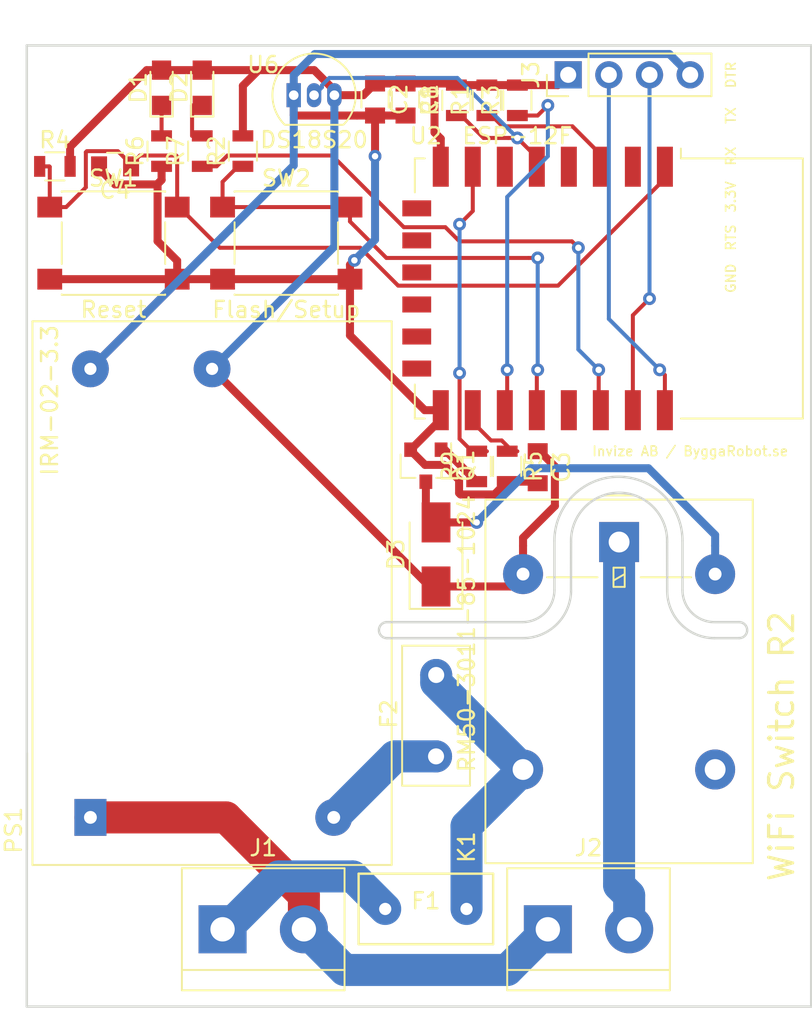
<source format=kicad_pcb>
(kicad_pcb (version 20171130) (host pcbnew "(5.1.0)-1")

  (general
    (thickness 1.6)
    (drawings 28)
    (tracks 217)
    (zones 0)
    (modules 32)
    (nets 22)
  )

  (page A4)
  (layers
    (0 F.Cu signal)
    (31 B.Cu signal)
    (32 B.Adhes user)
    (33 F.Adhes user)
    (34 B.Paste user)
    (35 F.Paste user)
    (36 B.SilkS user)
    (37 F.SilkS user)
    (38 B.Mask user)
    (39 F.Mask user)
    (40 Dwgs.User user)
    (41 Cmts.User user)
    (42 Eco1.User user)
    (43 Eco2.User user)
    (44 Edge.Cuts user)
    (45 Margin user)
    (46 B.CrtYd user)
    (47 F.CrtYd user)
    (48 B.Fab user)
    (49 F.Fab user)
  )

  (setup
    (last_trace_width 0.25)
    (trace_clearance 0.2)
    (zone_clearance 0.508)
    (zone_45_only no)
    (trace_min 0.2)
    (via_size 0.8)
    (via_drill 0.4)
    (via_min_size 0.4)
    (via_min_drill 0.3)
    (uvia_size 0.3)
    (uvia_drill 0.1)
    (uvias_allowed no)
    (uvia_min_size 0.2)
    (uvia_min_drill 0.1)
    (edge_width 0.15)
    (segment_width 0.2)
    (pcb_text_width 0.3)
    (pcb_text_size 1.5 1.5)
    (mod_edge_width 0.15)
    (mod_text_size 1 1)
    (mod_text_width 0.15)
    (pad_size 5.5 5.5)
    (pad_drill 3.2)
    (pad_to_mask_clearance 0.051)
    (solder_mask_min_width 0.25)
    (aux_axis_origin 0 0)
    (visible_elements 7FFFFFFF)
    (pcbplotparams
      (layerselection 0x010fc_ffffffff)
      (usegerberextensions false)
      (usegerberattributes false)
      (usegerberadvancedattributes false)
      (creategerberjobfile false)
      (excludeedgelayer true)
      (linewidth 0.100000)
      (plotframeref false)
      (viasonmask false)
      (mode 1)
      (useauxorigin false)
      (hpglpennumber 1)
      (hpglpenspeed 20)
      (hpglpendiameter 15.000000)
      (psnegative false)
      (psa4output false)
      (plotreference true)
      (plotvalue true)
      (plotinvisibletext false)
      (padsonsilk false)
      (subtractmaskfromsilk false)
      (outputformat 1)
      (mirror false)
      (drillshape 0)
      (scaleselection 1)
      (outputdirectory "output/"))
  )

  (net 0 "")
  (net 1 GND)
  (net 2 +3V3)
  (net 3 TX)
  (net 4 RX)
  (net 5 EN)
  (net 6 D3)
  (net 7 D4)
  (net 8 D8)
  (net 9 D7)
  (net 10 RST)
  (net 11 "Net-(D1-Pad1)")
  (net 12 "Net-(D2-Pad1)")
  (net 13 "Net-(D3-Pad2)")
  (net 14 D5)
  (net 15 /SW-B)
  (net 16 D1)
  (net 17 "Net-(Q1-Pad1)")
  (net 18 AC-N)
  (net 19 AC-L)
  (net 20 "Net-(F1-Pad2)")
  (net 21 "Net-(F2-Pad1)")

  (net_class Default "This is the default net class."
    (clearance 0.2)
    (trace_width 0.25)
    (via_dia 0.8)
    (via_drill 0.4)
    (uvia_dia 0.3)
    (uvia_drill 0.1)
    (add_net D1)
    (add_net D3)
    (add_net D4)
    (add_net D5)
    (add_net D7)
    (add_net D8)
    (add_net EN)
    (add_net "Net-(D1-Pad1)")
    (add_net "Net-(D2-Pad1)")
    (add_net RST)
    (add_net RX)
    (add_net TX)
  )

  (net_class "High voltage" ""
    (clearance 0.8)
    (trace_width 2)
    (via_dia 0.8)
    (via_drill 0.4)
    (uvia_dia 0.3)
    (uvia_drill 0.1)
    (add_net /SW-B)
    (add_net AC-L)
    (add_net AC-N)
    (add_net "Net-(F1-Pad2)")
    (add_net "Net-(F2-Pad1)")
  )

  (net_class Power ""
    (clearance 0.2)
    (trace_width 0.5)
    (via_dia 0.8)
    (via_drill 0.4)
    (uvia_dia 0.3)
    (uvia_drill 0.1)
    (add_net +3V3)
    (add_net GND)
    (add_net "Net-(D3-Pad2)")
    (add_net "Net-(Q1-Pad1)")
  )

  (module Resistors_SMD:R_0805 (layer F.Cu) (tedit 58E0A804) (tstamp 5CA1DEAD)
    (at 205.74 78.425 90)
    (descr "Resistor SMD 0805, reflow soldering, Vishay (see dcrcw.pdf)")
    (tags "resistor 0805")
    (path /5C7E0DD0)
    (attr smd)
    (fp_text reference R1 (at 0 -1.65 90) (layer F.SilkS)
      (effects (font (size 1 1) (thickness 0.15)))
    )
    (fp_text value 10K (at 0 1.75 90) (layer F.Fab)
      (effects (font (size 1 1) (thickness 0.15)))
    )
    (fp_line (start 1.55 0.9) (end -1.55 0.9) (layer F.CrtYd) (width 0.05))
    (fp_line (start 1.55 0.9) (end 1.55 -0.9) (layer F.CrtYd) (width 0.05))
    (fp_line (start -1.55 -0.9) (end -1.55 0.9) (layer F.CrtYd) (width 0.05))
    (fp_line (start -1.55 -0.9) (end 1.55 -0.9) (layer F.CrtYd) (width 0.05))
    (fp_line (start -0.6 -0.88) (end 0.6 -0.88) (layer F.SilkS) (width 0.12))
    (fp_line (start 0.6 0.88) (end -0.6 0.88) (layer F.SilkS) (width 0.12))
    (fp_line (start -1 -0.62) (end 1 -0.62) (layer F.Fab) (width 0.1))
    (fp_line (start 1 -0.62) (end 1 0.62) (layer F.Fab) (width 0.1))
    (fp_line (start 1 0.62) (end -1 0.62) (layer F.Fab) (width 0.1))
    (fp_line (start -1 0.62) (end -1 -0.62) (layer F.Fab) (width 0.1))
    (fp_text user %R (at 0 0 90) (layer F.Fab)
      (effects (font (size 0.5 0.5) (thickness 0.075)))
    )
    (pad 2 smd rect (at 0.95 0 90) (size 0.7 1.3) (layers F.Cu F.Paste F.Mask)
      (net 2 +3V3))
    (pad 1 smd rect (at -0.95 0 90) (size 0.7 1.3) (layers F.Cu F.Paste F.Mask)
      (net 5 EN))
    (model ${KISYS3DMOD}/Resistors_SMD.3dshapes/R_0805.wrl
      (at (xyz 0 0 0))
      (scale (xyz 1 1 1))
      (rotate (xyz 0 0 0))
    )
  )

  (module Converters_DCDC_ACDC:ACDC-Conv_THTMeanWell-IRM-02-XX (layer F.Cu) (tedit 5C8A23DE) (tstamp 5C865A0D)
    (at 180.975 123.19 90)
    (descr "ACDC-Converter, 2W, Meanwell, IRM-02, THT, https://www.meanwell.co.uk/media/productPDF/IRM-02-spec.pdf")
    (tags "ACDC-Converter 2W THT")
    (path /5C893499)
    (fp_text reference PS1 (at -0.8 -4.8 90) (layer F.SilkS)
      (effects (font (size 1 1) (thickness 0.15)))
    )
    (fp_text value IRM-02-3.3 (at 26.035 -2.54 90) (layer F.SilkS)
      (effects (font (size 1 1) (thickness 0.15)))
    )
    (fp_line (start -2 -3.95) (end 4 -3.95) (layer F.SilkS) (width 0.12))
    (fp_line (start 1 -3.5) (end 0 -2.5) (layer F.Fab) (width 0.1))
    (fp_line (start 0 -2.5) (end -1 -3.5) (layer F.Fab) (width 0.1))
    (fp_line (start -1 -3.5) (end -2.85 -3.5) (layer F.Fab) (width 0.1))
    (fp_text user %R (at 14.03 7.47 90) (layer F.Fab)
      (effects (font (size 1 1) (thickness 0.15)))
    )
    (fp_line (start 1 -3.5) (end 30.85 -3.5) (layer F.Fab) (width 0.1))
    (fp_line (start -2.85 18.7) (end -2.85 -3.5) (layer F.Fab) (width 0.1))
    (fp_line (start 30.85 18.7) (end 30.85 -3.5) (layer F.Fab) (width 0.1))
    (fp_line (start -2.85 18.7) (end 30.85 18.7) (layer F.Fab) (width 0.1))
    (fp_line (start -2.97 18.82) (end 30.97 18.82) (layer F.SilkS) (width 0.12))
    (fp_line (start -2.97 -3.62) (end 30.97 -3.62) (layer F.SilkS) (width 0.12))
    (fp_line (start 30.97 -3.62) (end 30.97 18.82) (layer F.SilkS) (width 0.12))
    (fp_line (start -2.97 18.82) (end -2.97 -3.62) (layer F.SilkS) (width 0.12))
    (fp_line (start -3.1 18.95) (end 31.1 18.95) (layer F.CrtYd) (width 0.05))
    (fp_line (start 31.1 18.95) (end 31.1 -3.75) (layer F.CrtYd) (width 0.05))
    (fp_line (start -3.1 -3.75) (end 31.1 -3.75) (layer F.CrtYd) (width 0.05))
    (fp_line (start -3.1 18.95) (end -3.1 -3.75) (layer F.CrtYd) (width 0.05))
    (pad 4 thru_hole circle (at 28 7.6 90) (size 2.3 2.3) (drill 0.76) (layers *.Cu *.Mask)
      (net 2 +3V3))
    (pad 2 thru_hole circle (at 0 15.2 90) (size 2.3 2.3) (drill 0.8) (layers *.Cu *.Mask)
      (net 21 "Net-(F2-Pad1)"))
    (pad 1 thru_hole rect (at 0 0 90) (size 2.3 2) (drill 0.8) (layers *.Cu *.Mask)
      (net 18 AC-N))
    (pad 3 thru_hole circle (at 28 0 90) (size 2.3 2.3) (drill 0.76) (layers *.Cu *.Mask)
      (net 1 GND))
    (model ${KISYS3DMOD}/Converters_DCDC_ACDC.3dshapes/ACDC-Conv_THTMeanWell-IRM-02-XX.wrl
      (at (xyz 0 0 0))
      (scale (xyz 1 1 1))
      (rotate (xyz 0 0 0))
    )
    (model "Z:/brainchild/dev/kicad/resources/packages3D/Mean Well/Mean Well IRM-02 v2.step"
      (offset (xyz -2.9 -7.65 0))
      (scale (xyz 1 1 1))
      (rotate (xyz 0 0 90))
    )
  )

  (module Mounting_Holes:MountingHole_3.2mm_M3_ISO14580 (layer F.Cu) (tedit 5C865C64) (tstamp 5CA1D7F3)
    (at 180 132)
    (descr "Mounting Hole 3.2mm, no annular, M3, ISO14580")
    (tags "mounting hole 3.2mm no annular m3 iso14580")
    (attr virtual)
    (fp_text reference REF** (at 0 -3.75) (layer F.SilkS) hide
      (effects (font (size 1 1) (thickness 0.15)))
    )
    (fp_text value "" (at 0 3.75) (layer F.Fab)
      (effects (font (size 1 1) (thickness 0.15)))
    )
    (fp_circle (center 0 0) (end 3 0) (layer F.CrtYd) (width 0.05))
    (fp_circle (center 0 0) (end 2.75 0) (layer Cmts.User) (width 0.15))
    (fp_text user %R (at 0.3 0) (layer F.Fab)
      (effects (font (size 1 1) (thickness 0.15)))
    )
    (pad 1 np_thru_hole circle (at 0 0) (size 3.2 3.2) (drill 3.2) (layers *.Cu *.Mask))
  )

  (module Mounting_Holes:MountingHole_3.2mm_M3_ISO14580 (layer F.Cu) (tedit 5C865C64) (tstamp 5CA1D7EC)
    (at 223 132)
    (descr "Mounting Hole 3.2mm, no annular, M3, ISO14580")
    (tags "mounting hole 3.2mm no annular m3 iso14580")
    (attr virtual)
    (fp_text reference REF** (at 0 -3.75) (layer F.SilkS) hide
      (effects (font (size 1 1) (thickness 0.15)))
    )
    (fp_text value "" (at 0 3.75) (layer F.Fab)
      (effects (font (size 1 1) (thickness 0.15)))
    )
    (fp_text user %R (at 0.3 0) (layer F.Fab)
      (effects (font (size 1 1) (thickness 0.15)))
    )
    (fp_circle (center 0 0) (end 2.75 0) (layer Cmts.User) (width 0.15))
    (fp_circle (center 0 0) (end 3 0) (layer F.CrtYd) (width 0.05))
    (pad 1 np_thru_hole circle (at 0 0) (size 3.2 3.2) (drill 3.2) (layers *.Cu *.Mask))
  )

  (module Mounting_Holes:MountingHole_3.2mm_M3_ISO14580 (layer F.Cu) (tedit 5C865C64) (tstamp 5CA1D7E5)
    (at 223 78)
    (descr "Mounting Hole 3.2mm, no annular, M3, ISO14580")
    (tags "mounting hole 3.2mm no annular m3 iso14580")
    (attr virtual)
    (fp_text reference REF** (at 0 -3.75) (layer F.SilkS) hide
      (effects (font (size 1 1) (thickness 0.15)))
    )
    (fp_text value "" (at 0 3.75) (layer F.Fab)
      (effects (font (size 1 1) (thickness 0.15)))
    )
    (fp_text user %R (at 0.3 0) (layer F.Fab)
      (effects (font (size 1 1) (thickness 0.15)))
    )
    (fp_circle (center 0 0) (end 2.75 0) (layer Cmts.User) (width 0.15))
    (fp_circle (center 0 0) (end 3 0) (layer F.CrtYd) (width 0.05))
    (pad 1 np_thru_hole circle (at 0 0) (size 3.2 3.2) (drill 3.2) (layers *.Cu *.Mask))
  )

  (module Mounting_Holes:MountingHole_3.2mm_M3_ISO14580 (layer F.Cu) (tedit 5C865C64) (tstamp 5CA1F54A)
    (at 180 78)
    (descr "Mounting Hole 3.2mm, no annular, M3, ISO14580")
    (tags "mounting hole 3.2mm no annular m3 iso14580")
    (attr virtual)
    (fp_text reference REF** (at 0 -3.75) (layer F.SilkS) hide
      (effects (font (size 1 1) (thickness 0.15)))
    )
    (fp_text value "" (at 0 3.75) (layer F.Fab)
      (effects (font (size 1 1) (thickness 0.15)))
    )
    (fp_text user %R (at 0.3 0) (layer F.Fab)
      (effects (font (size 1 1) (thickness 0.15)))
    )
    (fp_circle (center 0 0) (end 2.75 0) (layer Cmts.User) (width 0.15))
    (fp_circle (center 0 0) (end 3 0) (layer F.CrtYd) (width 0.05))
    (pad 1 np_thru_hole circle (at 0 0) (size 3.2 3.2) (drill 3.2) (layers *.Cu *.Mask))
  )

  (module Connectors_Terminal_Blocks:TerminalBlock_bornier-2_P5.08mm (layer F.Cu) (tedit 59FF03AB) (tstamp 5C8A6397)
    (at 209.55 130.175)
    (descr "simple 2-pin terminal block, pitch 5.08mm, revamped version of bornier2")
    (tags "terminal block bornier2")
    (path /5C8A32D2)
    (fp_text reference J2 (at 2.54 -5.08) (layer F.SilkS)
      (effects (font (size 1 1) (thickness 0.15)))
    )
    (fp_text value LOAD (at 2.54 5.08) (layer F.Fab)
      (effects (font (size 1 1) (thickness 0.15)))
    )
    (fp_text user %R (at 2.54 0) (layer F.Fab)
      (effects (font (size 1 1) (thickness 0.15)))
    )
    (fp_line (start -2.41 2.55) (end 7.49 2.55) (layer F.Fab) (width 0.1))
    (fp_line (start -2.46 -3.75) (end -2.46 3.75) (layer F.Fab) (width 0.1))
    (fp_line (start -2.46 3.75) (end 7.54 3.75) (layer F.Fab) (width 0.1))
    (fp_line (start 7.54 3.75) (end 7.54 -3.75) (layer F.Fab) (width 0.1))
    (fp_line (start 7.54 -3.75) (end -2.46 -3.75) (layer F.Fab) (width 0.1))
    (fp_line (start 7.62 2.54) (end -2.54 2.54) (layer F.SilkS) (width 0.12))
    (fp_line (start 7.62 3.81) (end 7.62 -3.81) (layer F.SilkS) (width 0.12))
    (fp_line (start 7.62 -3.81) (end -2.54 -3.81) (layer F.SilkS) (width 0.12))
    (fp_line (start -2.54 -3.81) (end -2.54 3.81) (layer F.SilkS) (width 0.12))
    (fp_line (start -2.54 3.81) (end 7.62 3.81) (layer F.SilkS) (width 0.12))
    (fp_line (start -2.71 -4) (end 7.79 -4) (layer F.CrtYd) (width 0.05))
    (fp_line (start -2.71 -4) (end -2.71 4) (layer F.CrtYd) (width 0.05))
    (fp_line (start 7.79 4) (end 7.79 -4) (layer F.CrtYd) (width 0.05))
    (fp_line (start 7.79 4) (end -2.71 4) (layer F.CrtYd) (width 0.05))
    (pad 1 thru_hole rect (at 0 0) (size 3 3) (drill 1.52) (layers *.Cu *.Mask)
      (net 18 AC-N))
    (pad 2 thru_hole circle (at 5.08 0) (size 3 3) (drill 1.52) (layers *.Cu *.Mask)
      (net 15 /SW-B))
    (model ${KISYS3DMOD}/Terminal_Blocks.3dshapes/TerminalBlock_bornier-2_P5.08mm.wrl
      (offset (xyz 2.539999961853027 0 0))
      (scale (xyz 1 1 1))
      (rotate (xyz 0 0 0))
    )
  )

  (module RF_Modules:ESP-12E (layer F.Cu) (tedit 5C8A2326) (tstamp 5C813EB1)
    (at 213.36 90.17 270)
    (descr "Wi-Fi Module, http://wiki.ai-thinker.com/_media/esp8266/docs/aithinker_esp_12f_datasheet_en.pdf")
    (tags "Wi-Fi Module")
    (path /5C7C6AAD)
    (attr smd)
    (fp_text reference U2 (at -9.525 11.43) (layer F.SilkS)
      (effects (font (size 1 1) (thickness 0.15)))
    )
    (fp_text value ESP-12F (at -9.525 5.715) (layer F.SilkS)
      (effects (font (size 1 1) (thickness 0.15)))
    )
    (fp_line (start 5.56 -4.8) (end 8.12 -7.36) (layer Dwgs.User) (width 0.12))
    (fp_line (start 2.56 -4.8) (end 8.12 -10.36) (layer Dwgs.User) (width 0.12))
    (fp_line (start -0.44 -4.8) (end 6.88 -12.12) (layer Dwgs.User) (width 0.12))
    (fp_line (start -3.44 -4.8) (end 3.88 -12.12) (layer Dwgs.User) (width 0.12))
    (fp_line (start -6.44 -4.8) (end 0.88 -12.12) (layer Dwgs.User) (width 0.12))
    (fp_line (start -8.12 -6.12) (end -2.12 -12.12) (layer Dwgs.User) (width 0.12))
    (fp_line (start -8.12 -9.12) (end -5.12 -12.12) (layer Dwgs.User) (width 0.12))
    (fp_line (start -8.12 -4.8) (end -8.12 -12.12) (layer Dwgs.User) (width 0.12))
    (fp_line (start 8.12 -4.8) (end -8.12 -4.8) (layer Dwgs.User) (width 0.12))
    (fp_line (start 8.12 -12.12) (end 8.12 -4.8) (layer Dwgs.User) (width 0.12))
    (fp_line (start -8.12 -12.12) (end 8.12 -12.12) (layer Dwgs.User) (width 0.12))
    (fp_line (start -8.12 -4.5) (end -8.73 -4.5) (layer F.SilkS) (width 0.12))
    (fp_line (start -8.12 -4.5) (end -8.12 -12.12) (layer F.SilkS) (width 0.12))
    (fp_line (start -8.12 12.12) (end -8.12 11.5) (layer F.SilkS) (width 0.12))
    (fp_line (start -6 12.12) (end -8.12 12.12) (layer F.SilkS) (width 0.12))
    (fp_line (start 8.12 12.12) (end 6 12.12) (layer F.SilkS) (width 0.12))
    (fp_line (start 8.12 11.5) (end 8.12 12.12) (layer F.SilkS) (width 0.12))
    (fp_line (start 8.12 -12.12) (end 8.12 -4.5) (layer F.SilkS) (width 0.12))
    (fp_line (start -8.12 -12.12) (end 8.12 -12.12) (layer F.SilkS) (width 0.12))
    (fp_line (start -9.05 13.1) (end -9.05 -12.2) (layer F.CrtYd) (width 0.05))
    (fp_line (start 9.05 13.1) (end -9.05 13.1) (layer F.CrtYd) (width 0.05))
    (fp_line (start 9.05 -12.2) (end 9.05 13.1) (layer F.CrtYd) (width 0.05))
    (fp_line (start -9.05 -12.2) (end 9.05 -12.2) (layer F.CrtYd) (width 0.05))
    (fp_line (start -8 -4) (end -8 -12) (layer F.Fab) (width 0.12))
    (fp_line (start -7.5 -3.5) (end -8 -4) (layer F.Fab) (width 0.12))
    (fp_line (start -8 -3) (end -7.5 -3.5) (layer F.Fab) (width 0.12))
    (fp_line (start -8 12) (end -8 -3) (layer F.Fab) (width 0.12))
    (fp_line (start 8 12) (end -8 12) (layer F.Fab) (width 0.12))
    (fp_line (start 8 -12) (end 8 12) (layer F.Fab) (width 0.12))
    (fp_line (start -8 -12) (end 8 -12) (layer F.Fab) (width 0.12))
    (fp_text user %R (at 0.49 -0.8 270) (layer F.Fab)
      (effects (font (size 1 1) (thickness 0.15)))
    )
    (fp_text user "KEEP-OUT ZONE" (at 0.03 -9.55 90) (layer Cmts.User)
      (effects (font (size 1 1) (thickness 0.15)))
    )
    (fp_text user Antenna (at -0.06 -7 90) (layer Cmts.User)
      (effects (font (size 1 1) (thickness 0.15)))
    )
    (pad 22 smd rect (at 7.6 -3.5 270) (size 2.5 1) (layers F.Cu F.Paste F.Mask)
      (net 3 TX))
    (pad 21 smd rect (at 7.6 -1.5 270) (size 2.5 1) (layers F.Cu F.Paste F.Mask)
      (net 4 RX))
    (pad 20 smd rect (at 7.6 0.5 270) (size 2.5 1) (layers F.Cu F.Paste F.Mask)
      (net 16 D1))
    (pad 19 smd rect (at 7.6 2.5 270) (size 2.5 1) (layers F.Cu F.Paste F.Mask))
    (pad 18 smd rect (at 7.6 4.5 270) (size 2.5 1) (layers F.Cu F.Paste F.Mask)
      (net 6 D3))
    (pad 17 smd rect (at 7.6 6.5 270) (size 2.5 1) (layers F.Cu F.Paste F.Mask)
      (net 7 D4))
    (pad 16 smd rect (at 7.6 8.5 270) (size 2.5 1) (layers F.Cu F.Paste F.Mask)
      (net 8 D8))
    (pad 15 smd rect (at 7.6 10.5 270) (size 2.5 1) (layers F.Cu F.Paste F.Mask)
      (net 1 GND))
    (pad 14 smd rect (at 5 12 270) (size 1 1.8) (layers F.Cu F.Paste F.Mask))
    (pad 13 smd rect (at 3 12 270) (size 1 1.8) (layers F.Cu F.Paste F.Mask))
    (pad 12 smd rect (at 1 12 270) (size 1 1.8) (layers F.Cu F.Paste F.Mask))
    (pad 11 smd rect (at -1 12 270) (size 1 1.8) (layers F.Cu F.Paste F.Mask))
    (pad 10 smd rect (at -3 12 270) (size 1 1.8) (layers F.Cu F.Paste F.Mask))
    (pad 9 smd rect (at -5 12 270) (size 1 1.8) (layers F.Cu F.Paste F.Mask))
    (pad 8 smd rect (at -7.6 10.5 270) (size 2.5 1) (layers F.Cu F.Paste F.Mask)
      (net 2 +3V3))
    (pad 7 smd rect (at -7.6 8.5 270) (size 2.5 1) (layers F.Cu F.Paste F.Mask)
      (net 9 D7))
    (pad 6 smd rect (at -7.6 6.5 270) (size 2.5 1) (layers F.Cu F.Paste F.Mask))
    (pad 5 smd rect (at -7.6 4.5 270) (size 2.5 1) (layers F.Cu F.Paste F.Mask)
      (net 14 D5))
    (pad 4 smd rect (at -7.6 2.5 270) (size 2.5 1) (layers F.Cu F.Paste F.Mask))
    (pad 3 smd rect (at -7.6 0.5 270) (size 2.5 1) (layers F.Cu F.Paste F.Mask)
      (net 5 EN))
    (pad 2 smd rect (at -7.6 -1.5 270) (size 2.5 1) (layers F.Cu F.Paste F.Mask))
    (pad 1 smd rect (at -7.6 -3.5 270) (size 2.5 1) (layers F.Cu F.Paste F.Mask)
      (net 10 RST))
    (model ${KISYS3DMOD}/RF_Modules.3dshapes/ESP-12E.wrl
      (at (xyz 0 0 0))
      (scale (xyz 1 1 1))
      (rotate (xyz 0 0 0))
    )
    (model Z:/brainchild/dev/kicad/resources/packages3D/CloudAI/ESP-12F.step
      (at (xyz 0 0 0))
      (scale (xyz 1 1 1))
      (rotate (xyz 0 0 -90))
    )
  )

  (module TO_SOT_Packages_THT:TO-92_Inline_Narrow_Oval (layer F.Cu) (tedit 5C8A1F7F) (tstamp 5C8D0ACC)
    (at 193.675 78.105)
    (descr "TO-92 leads in-line, narrow, oval pads, drill 0.6mm (see NXP sot054_po.pdf)")
    (tags "to-92 sc-43 sc-43a sot54 PA33 transistor")
    (path /5C84126F)
    (fp_text reference U6 (at -1.905 -1.905) (layer F.SilkS)
      (effects (font (size 1 1) (thickness 0.15)))
    )
    (fp_text value DS18S20 (at 1.27 2.79) (layer F.SilkS)
      (effects (font (size 1 1) (thickness 0.15)))
    )
    (fp_arc (start 1.27 0) (end 1.27 -2.6) (angle 135) (layer F.SilkS) (width 0.12))
    (fp_arc (start 1.27 0) (end 1.27 -2.48) (angle -135) (layer F.Fab) (width 0.1))
    (fp_arc (start 1.27 0) (end 1.27 -2.6) (angle -135) (layer F.SilkS) (width 0.12))
    (fp_arc (start 1.27 0) (end 1.27 -2.48) (angle 135) (layer F.Fab) (width 0.1))
    (fp_line (start 4 2.01) (end -1.46 2.01) (layer F.CrtYd) (width 0.05))
    (fp_line (start 4 2.01) (end 4 -2.73) (layer F.CrtYd) (width 0.05))
    (fp_line (start -1.46 -2.73) (end -1.46 2.01) (layer F.CrtYd) (width 0.05))
    (fp_line (start -1.46 -2.73) (end 4 -2.73) (layer F.CrtYd) (width 0.05))
    (fp_line (start -0.5 1.75) (end 3 1.75) (layer F.Fab) (width 0.1))
    (fp_line (start -0.53 1.85) (end 3.07 1.85) (layer F.SilkS) (width 0.12))
    (fp_text user %R (at 1.27 -3.56) (layer F.Fab)
      (effects (font (size 1 1) (thickness 0.15)))
    )
    (pad 1 thru_hole rect (at 0 0 180) (size 0.9 1.5) (drill 0.6) (layers *.Cu *.Mask)
      (net 1 GND))
    (pad 3 thru_hole oval (at 2.54 0 180) (size 0.9 1.5) (drill 0.6) (layers *.Cu *.Mask)
      (net 2 +3V3))
    (pad 2 thru_hole oval (at 1.27 0 180) (size 0.9 1.5) (drill 0.6) (layers *.Cu *.Mask)
      (net 14 D5))
    (model Package_TO_SOT_THT.3dshapes/TO-92_Inline.wrl
      (at (xyz 0 0 0))
      (scale (xyz 1 1 1))
      (rotate (xyz 0 0 0))
    )
  )

  (module Relpol:Relay_SPDT_Relpol_RM50-3011-85-1024 (layer F.Cu) (tedit 5C8A2391) (tstamp 5CA1E35B)
    (at 214 106)
    (descr "Relpol SPDT, https://docs-emea.rs-online.com/webdocs/15a9/0900766b815a95cf.pdf")
    (tags "Relpol Relay SPDT")
    (path /5C881454)
    (fp_text reference K1 (at -9.525 19.05 90) (layer F.SilkS)
      (effects (font (size 1 1) (thickness 0.15)))
    )
    (fp_text value RM50-3011-85-1024 (at -9.525 5.715 90) (layer F.SilkS)
      (effects (font (size 1 1) (thickness 0.15)))
    )
    (fp_text user %R (at 0 8.7) (layer F.Fab)
      (effects (font (size 1 1) (thickness 0.15)))
    )
    (fp_line (start -8.5 20.2) (end 8.5 20.2) (layer F.CrtYd) (width 0.05))
    (fp_line (start -8.5 -2.8) (end -8.5 20.2) (layer F.CrtYd) (width 0.05))
    (fp_line (start 8.5 -2.8) (end -8.5 -2.8) (layer F.CrtYd) (width 0.05))
    (fp_line (start 8.5 20.2) (end 8.5 -2.8) (layer F.CrtYd) (width 0.05))
    (fp_line (start 1.35 2.2) (end 4.5 2.2) (layer F.SilkS) (width 0.12))
    (fp_line (start -4.5 2.2) (end -1.35 2.2) (layer F.SilkS) (width 0.12))
    (fp_line (start -1 -2.91) (end 1 -2.91) (layer F.SilkS) (width 0.12))
    (fp_line (start -0.35 2.8) (end 0.35 2.8) (layer F.SilkS) (width 0.12))
    (fp_line (start -0.35 1.6) (end -0.35 2.8) (layer F.SilkS) (width 0.12))
    (fp_line (start 0.35 1.6) (end -0.35 1.6) (layer F.SilkS) (width 0.12))
    (fp_line (start 0.35 2.8) (end 0.35 1.6) (layer F.SilkS) (width 0.12))
    (fp_line (start -0.35 2.4) (end 0.35 2) (layer F.SilkS) (width 0.12))
    (fp_line (start -8.35 20.05) (end 8.35 20.05) (layer F.SilkS) (width 0.12))
    (fp_line (start -8.35 -2.65) (end -8.35 20.05) (layer F.SilkS) (width 0.12))
    (fp_line (start 8.35 -2.65) (end -8.35 -2.65) (layer F.SilkS) (width 0.12))
    (fp_line (start 8.35 20.05) (end 8.35 -2.65) (layer F.SilkS) (width 0.12))
    (fp_line (start -4.5 2) (end 4.5 2) (layer F.Fab) (width 0.1))
    (fp_line (start -1 -2.55) (end 0 -1.55) (layer F.Fab) (width 0.1))
    (fp_line (start -8.25 -2.55) (end -1 -2.55) (layer F.Fab) (width 0.1))
    (fp_line (start -8.25 19.95) (end -8.25 -2.55) (layer F.Fab) (width 0.1))
    (fp_line (start 8.25 19.95) (end -8.25 19.95) (layer F.Fab) (width 0.1))
    (fp_line (start 8.25 -2.55) (end 8.25 19.95) (layer F.Fab) (width 0.1))
    (fp_line (start 1 -2.55) (end 8.25 -2.55) (layer F.Fab) (width 0.1))
    (fp_line (start 0 -1.55) (end 1 -2.55) (layer F.Fab) (width 0.1))
    (pad A2 thru_hole oval (at 6 2) (size 2.5 2.5) (drill 0.8) (layers *.Cu *.Mask)
      (net 13 "Net-(D3-Pad2)"))
    (pad 12 thru_hole oval (at 6 14.2) (size 2.5 2.5) (drill 1.3) (layers *.Cu *.Mask))
    (pad 14 thru_hole oval (at -6 14.2) (size 2.5 2.5) (drill 1.3) (layers *.Cu *.Mask)
      (net 19 AC-L))
    (pad A1 thru_hole oval (at -6 2) (size 2.5 2.5) (drill 0.8) (layers *.Cu *.Mask)
      (net 2 +3V3))
    (pad 11 thru_hole rect (at 0 0) (size 2.5 2.5) (drill 1.3) (layers *.Cu *.Mask)
      (net 15 /SW-B))
    (model ${KISYS3DMOD}/Relays_THT.3dshapes/Relay_SPDT_OMRON-G5LE-1.wrl
      (at (xyz 0 0 0))
      (scale (xyz 1 1 1))
      (rotate (xyz 0 0 0))
    )
    (model "Z:/brainchild/dev/kicad/resources/packages3D/Repol/Relay - Relpol RM50 v2.step"
      (offset (xyz 0 -8 0))
      (scale (xyz 1 1 1))
      (rotate (xyz 0 0 0))
    )
  )

  (module Buttons_Switches_SMD:SW_SPST_PTS645 (layer F.Cu) (tedit 58724A80) (tstamp 5C8D1CCF)
    (at 182.415 87.34)
    (descr "C&K Components SPST SMD PTS645 Series 6mm Tact Switch")
    (tags "SPST Button Switch")
    (path /5CAA2471)
    (attr smd)
    (fp_text reference SW1 (at 0 -4.05) (layer F.SilkS)
      (effects (font (size 1 1) (thickness 0.15)))
    )
    (fp_text value Reset (at 0 4.15) (layer F.SilkS)
      (effects (font (size 1 1) (thickness 0.15)))
    )
    (fp_circle (center 0 0) (end 1.75 -0.05) (layer F.Fab) (width 0.1))
    (fp_line (start -3.23 3.23) (end 3.23 3.23) (layer F.SilkS) (width 0.12))
    (fp_line (start -3.23 -1.3) (end -3.23 1.3) (layer F.SilkS) (width 0.12))
    (fp_line (start -3.23 -3.23) (end 3.23 -3.23) (layer F.SilkS) (width 0.12))
    (fp_line (start 3.23 -1.3) (end 3.23 1.3) (layer F.SilkS) (width 0.12))
    (fp_line (start -3.23 -3.2) (end -3.23 -3.23) (layer F.SilkS) (width 0.12))
    (fp_line (start -3.23 3.23) (end -3.23 3.2) (layer F.SilkS) (width 0.12))
    (fp_line (start 3.23 3.23) (end 3.23 3.2) (layer F.SilkS) (width 0.12))
    (fp_line (start 3.23 -3.23) (end 3.23 -3.2) (layer F.SilkS) (width 0.12))
    (fp_line (start -5.05 -3.4) (end 5.05 -3.4) (layer F.CrtYd) (width 0.05))
    (fp_line (start -5.05 3.4) (end 5.05 3.4) (layer F.CrtYd) (width 0.05))
    (fp_line (start -5.05 -3.4) (end -5.05 3.4) (layer F.CrtYd) (width 0.05))
    (fp_line (start 5.05 3.4) (end 5.05 -3.4) (layer F.CrtYd) (width 0.05))
    (fp_line (start 3 -3) (end -3 -3) (layer F.Fab) (width 0.1))
    (fp_line (start 3 3) (end 3 -3) (layer F.Fab) (width 0.1))
    (fp_line (start -3 3) (end 3 3) (layer F.Fab) (width 0.1))
    (fp_line (start -3 -3) (end -3 3) (layer F.Fab) (width 0.1))
    (fp_text user %R (at 0 -4.05) (layer F.Fab)
      (effects (font (size 1 1) (thickness 0.15)))
    )
    (pad 2 smd rect (at 3.98 2.25) (size 1.55 1.3) (layers F.Cu F.Paste F.Mask)
      (net 1 GND))
    (pad 1 smd rect (at 3.98 -2.25) (size 1.55 1.3) (layers F.Cu F.Paste F.Mask)
      (net 10 RST))
    (pad 1 smd rect (at -3.98 -2.25) (size 1.55 1.3) (layers F.Cu F.Paste F.Mask)
      (net 10 RST))
    (pad 2 smd rect (at -3.98 2.25) (size 1.55 1.3) (layers F.Cu F.Paste F.Mask)
      (net 1 GND))
    (model Button_Switch_SMD.3dshapes/SW_SPST_PTS645.wrl
      (at (xyz 0 0 0))
      (scale (xyz 1 1 1))
      (rotate (xyz 0 0 0))
    )
  )

  (module Capacitors_SMD:C_0805 (layer F.Cu) (tedit 58AA8463) (tstamp 5CA1DDD6)
    (at 200.66 78.375 270)
    (descr "Capacitor SMD 0805, reflow soldering, AVX (see smccp.pdf)")
    (tags "capacitor 0805")
    (path /5C80D7AC)
    (attr smd)
    (fp_text reference C1 (at 0 -1.5 270) (layer F.SilkS)
      (effects (font (size 1 1) (thickness 0.15)))
    )
    (fp_text value 10uF (at 0 1.75 270) (layer F.Fab)
      (effects (font (size 1 1) (thickness 0.15)))
    )
    (fp_text user %R (at 0 -1.5 270) (layer F.Fab)
      (effects (font (size 1 1) (thickness 0.15)))
    )
    (fp_line (start -1 0.62) (end -1 -0.62) (layer F.Fab) (width 0.1))
    (fp_line (start 1 0.62) (end -1 0.62) (layer F.Fab) (width 0.1))
    (fp_line (start 1 -0.62) (end 1 0.62) (layer F.Fab) (width 0.1))
    (fp_line (start -1 -0.62) (end 1 -0.62) (layer F.Fab) (width 0.1))
    (fp_line (start 0.5 -0.85) (end -0.5 -0.85) (layer F.SilkS) (width 0.12))
    (fp_line (start -0.5 0.85) (end 0.5 0.85) (layer F.SilkS) (width 0.12))
    (fp_line (start -1.75 -0.88) (end 1.75 -0.88) (layer F.CrtYd) (width 0.05))
    (fp_line (start -1.75 -0.88) (end -1.75 0.87) (layer F.CrtYd) (width 0.05))
    (fp_line (start 1.75 0.87) (end 1.75 -0.88) (layer F.CrtYd) (width 0.05))
    (fp_line (start 1.75 0.87) (end -1.75 0.87) (layer F.CrtYd) (width 0.05))
    (pad 1 smd rect (at -1 0 270) (size 1 1.25) (layers F.Cu F.Paste F.Mask)
      (net 2 +3V3))
    (pad 2 smd rect (at 1 0 270) (size 1 1.25) (layers F.Cu F.Paste F.Mask)
      (net 1 GND))
    (model Capacitors_SMD.3dshapes/C_0805.wrl
      (at (xyz 0 0 0))
      (scale (xyz 1 1 1))
      (rotate (xyz 0 0 0))
    )
  )

  (module Capacitors_SMD:C_0805 (layer F.Cu) (tedit 58AA8463) (tstamp 5CA1DDD7)
    (at 198.755 78.375 270)
    (descr "Capacitor SMD 0805, reflow soldering, AVX (see smccp.pdf)")
    (tags "capacitor 0805")
    (path /5C80B48A)
    (attr smd)
    (fp_text reference C2 (at 0 -1.5 270) (layer F.SilkS)
      (effects (font (size 1 1) (thickness 0.15)))
    )
    (fp_text value 100nF (at 0 1.75 270) (layer F.Fab)
      (effects (font (size 1 1) (thickness 0.15)))
    )
    (fp_line (start 1.75 0.87) (end -1.75 0.87) (layer F.CrtYd) (width 0.05))
    (fp_line (start 1.75 0.87) (end 1.75 -0.88) (layer F.CrtYd) (width 0.05))
    (fp_line (start -1.75 -0.88) (end -1.75 0.87) (layer F.CrtYd) (width 0.05))
    (fp_line (start -1.75 -0.88) (end 1.75 -0.88) (layer F.CrtYd) (width 0.05))
    (fp_line (start -0.5 0.85) (end 0.5 0.85) (layer F.SilkS) (width 0.12))
    (fp_line (start 0.5 -0.85) (end -0.5 -0.85) (layer F.SilkS) (width 0.12))
    (fp_line (start -1 -0.62) (end 1 -0.62) (layer F.Fab) (width 0.1))
    (fp_line (start 1 -0.62) (end 1 0.62) (layer F.Fab) (width 0.1))
    (fp_line (start 1 0.62) (end -1 0.62) (layer F.Fab) (width 0.1))
    (fp_line (start -1 0.62) (end -1 -0.62) (layer F.Fab) (width 0.1))
    (fp_text user %R (at 0 -1.5 270) (layer F.Fab)
      (effects (font (size 1 1) (thickness 0.15)))
    )
    (pad 2 smd rect (at 1 0 270) (size 1 1.25) (layers F.Cu F.Paste F.Mask)
      (net 1 GND))
    (pad 1 smd rect (at -1 0 270) (size 1 1.25) (layers F.Cu F.Paste F.Mask)
      (net 2 +3V3))
    (model Capacitors_SMD.3dshapes/C_0805.wrl
      (at (xyz 0 0 0))
      (scale (xyz 1 1 1))
      (rotate (xyz 0 0 0))
    )
  )

  (module Capacitors_SMD:C_0805 (layer F.Cu) (tedit 58AA8463) (tstamp 5CA1DDF7)
    (at 208.915 101.33 270)
    (descr "Capacitor SMD 0805, reflow soldering, AVX (see smccp.pdf)")
    (tags "capacitor 0805")
    (path /5C89C047)
    (attr smd)
    (fp_text reference C3 (at 0 -1.5 270) (layer F.SilkS)
      (effects (font (size 1 1) (thickness 0.15)))
    )
    (fp_text value 10uF (at 0 1.75 270) (layer F.Fab)
      (effects (font (size 1 1) (thickness 0.15)))
    )
    (fp_line (start 1.75 0.87) (end -1.75 0.87) (layer F.CrtYd) (width 0.05))
    (fp_line (start 1.75 0.87) (end 1.75 -0.88) (layer F.CrtYd) (width 0.05))
    (fp_line (start -1.75 -0.88) (end -1.75 0.87) (layer F.CrtYd) (width 0.05))
    (fp_line (start -1.75 -0.88) (end 1.75 -0.88) (layer F.CrtYd) (width 0.05))
    (fp_line (start -0.5 0.85) (end 0.5 0.85) (layer F.SilkS) (width 0.12))
    (fp_line (start 0.5 -0.85) (end -0.5 -0.85) (layer F.SilkS) (width 0.12))
    (fp_line (start -1 -0.62) (end 1 -0.62) (layer F.Fab) (width 0.1))
    (fp_line (start 1 -0.62) (end 1 0.62) (layer F.Fab) (width 0.1))
    (fp_line (start 1 0.62) (end -1 0.62) (layer F.Fab) (width 0.1))
    (fp_line (start -1 0.62) (end -1 -0.62) (layer F.Fab) (width 0.1))
    (fp_text user %R (at 0 -1.5 270) (layer F.Fab)
      (effects (font (size 1 1) (thickness 0.15)))
    )
    (pad 2 smd rect (at 1 0 270) (size 1 1.25) (layers F.Cu F.Paste F.Mask)
      (net 1 GND))
    (pad 1 smd rect (at -1 0 270) (size 1 1.25) (layers F.Cu F.Paste F.Mask)
      (net 2 +3V3))
    (model Capacitors_SMD.3dshapes/C_0805.wrl
      (at (xyz 0 0 0))
      (scale (xyz 1 1 1))
      (rotate (xyz 0 0 0))
    )
  )

  (module Capacitors_SMD:C_0805 (layer F.Cu) (tedit 58AA8463) (tstamp 5CA1DDF8)
    (at 182.515 82.55 180)
    (descr "Capacitor SMD 0805, reflow soldering, AVX (see smccp.pdf)")
    (tags "capacitor 0805")
    (path /5CACC850)
    (attr smd)
    (fp_text reference C4 (at 0 -1.5 180) (layer F.SilkS)
      (effects (font (size 1 1) (thickness 0.15)))
    )
    (fp_text value 100nF (at 0 1.75 180) (layer F.Fab)
      (effects (font (size 1 1) (thickness 0.15)))
    )
    (fp_text user %R (at 0 -1.5 180) (layer F.Fab)
      (effects (font (size 1 1) (thickness 0.15)))
    )
    (fp_line (start -1 0.62) (end -1 -0.62) (layer F.Fab) (width 0.1))
    (fp_line (start 1 0.62) (end -1 0.62) (layer F.Fab) (width 0.1))
    (fp_line (start 1 -0.62) (end 1 0.62) (layer F.Fab) (width 0.1))
    (fp_line (start -1 -0.62) (end 1 -0.62) (layer F.Fab) (width 0.1))
    (fp_line (start 0.5 -0.85) (end -0.5 -0.85) (layer F.SilkS) (width 0.12))
    (fp_line (start -0.5 0.85) (end 0.5 0.85) (layer F.SilkS) (width 0.12))
    (fp_line (start -1.75 -0.88) (end 1.75 -0.88) (layer F.CrtYd) (width 0.05))
    (fp_line (start -1.75 -0.88) (end -1.75 0.87) (layer F.CrtYd) (width 0.05))
    (fp_line (start 1.75 0.87) (end 1.75 -0.88) (layer F.CrtYd) (width 0.05))
    (fp_line (start 1.75 0.87) (end -1.75 0.87) (layer F.CrtYd) (width 0.05))
    (pad 1 smd rect (at -1 0 180) (size 1 1.25) (layers F.Cu F.Paste F.Mask)
      (net 10 RST))
    (pad 2 smd rect (at 1 0 180) (size 1 1.25) (layers F.Cu F.Paste F.Mask)
      (net 1 GND))
    (model Capacitors_SMD.3dshapes/C_0805.wrl
      (at (xyz 0 0 0))
      (scale (xyz 1 1 1))
      (rotate (xyz 0 0 0))
    )
  )

  (module LEDs:LED_0805 (layer F.Cu) (tedit 59959803) (tstamp 5CA1DE08)
    (at 185.42 77.64 90)
    (descr "LED 0805 smd package")
    (tags "LED led 0805 SMD smd SMT smt smdled SMDLED smtled SMTLED")
    (path /5C8A9037)
    (attr smd)
    (fp_text reference D1 (at 0 -1.45 90) (layer F.SilkS)
      (effects (font (size 1 1) (thickness 0.15)))
    )
    (fp_text value LED (at 0 1.55 90) (layer F.Fab)
      (effects (font (size 1 1) (thickness 0.15)))
    )
    (fp_line (start -1.8 -0.7) (end -1.8 0.7) (layer F.SilkS) (width 0.12))
    (fp_line (start -0.4 -0.4) (end -0.4 0.4) (layer F.Fab) (width 0.1))
    (fp_line (start -0.4 0) (end 0.2 -0.4) (layer F.Fab) (width 0.1))
    (fp_line (start 0.2 0.4) (end -0.4 0) (layer F.Fab) (width 0.1))
    (fp_line (start 0.2 -0.4) (end 0.2 0.4) (layer F.Fab) (width 0.1))
    (fp_line (start 1 0.6) (end -1 0.6) (layer F.Fab) (width 0.1))
    (fp_line (start 1 -0.6) (end 1 0.6) (layer F.Fab) (width 0.1))
    (fp_line (start -1 -0.6) (end 1 -0.6) (layer F.Fab) (width 0.1))
    (fp_line (start -1 0.6) (end -1 -0.6) (layer F.Fab) (width 0.1))
    (fp_line (start -1.8 0.7) (end 1 0.7) (layer F.SilkS) (width 0.12))
    (fp_line (start -1.8 -0.7) (end 1 -0.7) (layer F.SilkS) (width 0.12))
    (fp_line (start 1.95 -0.85) (end 1.95 0.85) (layer F.CrtYd) (width 0.05))
    (fp_line (start 1.95 0.85) (end -1.95 0.85) (layer F.CrtYd) (width 0.05))
    (fp_line (start -1.95 0.85) (end -1.95 -0.85) (layer F.CrtYd) (width 0.05))
    (fp_line (start -1.95 -0.85) (end 1.95 -0.85) (layer F.CrtYd) (width 0.05))
    (fp_text user %R (at 0 -1.25 90) (layer F.Fab)
      (effects (font (size 0.4 0.4) (thickness 0.1)))
    )
    (pad 2 smd rect (at 1.1 0 270) (size 1.2 1.2) (layers F.Cu F.Paste F.Mask)
      (net 2 +3V3))
    (pad 1 smd rect (at -1.1 0 270) (size 1.2 1.2) (layers F.Cu F.Paste F.Mask)
      (net 11 "Net-(D1-Pad1)"))
    (model ${KISYS3DMOD}/LEDs.3dshapes/LED_0805.wrl
      (at (xyz 0 0 0))
      (scale (xyz 1 1 1))
      (rotate (xyz 0 0 180))
    )
  )

  (module LEDs:LED_0805 (layer F.Cu) (tedit 59959803) (tstamp 5CA1DE1D)
    (at 187.96 77.64 90)
    (descr "LED 0805 smd package")
    (tags "LED led 0805 SMD smd SMT smt smdled SMDLED smtled SMTLED")
    (path /5C8A914E)
    (attr smd)
    (fp_text reference D2 (at 0 -1.45 90) (layer F.SilkS)
      (effects (font (size 1 1) (thickness 0.15)))
    )
    (fp_text value LED (at 0 1.55 90) (layer F.Fab)
      (effects (font (size 1 1) (thickness 0.15)))
    )
    (fp_text user %R (at 0 -1.25 90) (layer F.Fab)
      (effects (font (size 0.4 0.4) (thickness 0.1)))
    )
    (fp_line (start -1.95 -0.85) (end 1.95 -0.85) (layer F.CrtYd) (width 0.05))
    (fp_line (start -1.95 0.85) (end -1.95 -0.85) (layer F.CrtYd) (width 0.05))
    (fp_line (start 1.95 0.85) (end -1.95 0.85) (layer F.CrtYd) (width 0.05))
    (fp_line (start 1.95 -0.85) (end 1.95 0.85) (layer F.CrtYd) (width 0.05))
    (fp_line (start -1.8 -0.7) (end 1 -0.7) (layer F.SilkS) (width 0.12))
    (fp_line (start -1.8 0.7) (end 1 0.7) (layer F.SilkS) (width 0.12))
    (fp_line (start -1 0.6) (end -1 -0.6) (layer F.Fab) (width 0.1))
    (fp_line (start -1 -0.6) (end 1 -0.6) (layer F.Fab) (width 0.1))
    (fp_line (start 1 -0.6) (end 1 0.6) (layer F.Fab) (width 0.1))
    (fp_line (start 1 0.6) (end -1 0.6) (layer F.Fab) (width 0.1))
    (fp_line (start 0.2 -0.4) (end 0.2 0.4) (layer F.Fab) (width 0.1))
    (fp_line (start 0.2 0.4) (end -0.4 0) (layer F.Fab) (width 0.1))
    (fp_line (start -0.4 0) (end 0.2 -0.4) (layer F.Fab) (width 0.1))
    (fp_line (start -0.4 -0.4) (end -0.4 0.4) (layer F.Fab) (width 0.1))
    (fp_line (start -1.8 -0.7) (end -1.8 0.7) (layer F.SilkS) (width 0.12))
    (pad 1 smd rect (at -1.1 0 270) (size 1.2 1.2) (layers F.Cu F.Paste F.Mask)
      (net 12 "Net-(D2-Pad1)"))
    (pad 2 smd rect (at 1.1 0 270) (size 1.2 1.2) (layers F.Cu F.Paste F.Mask)
      (net 2 +3V3))
    (model ${KISYS3DMOD}/LEDs.3dshapes/LED_0805.wrl
      (at (xyz 0 0 0))
      (scale (xyz 1 1 1))
      (rotate (xyz 0 0 180))
    )
  )

  (module Diodes_SMD:D_SMA (layer F.Cu) (tedit 586432E5) (tstamp 5CA1DE32)
    (at 202.565 106.775 90)
    (descr "Diode SMA (DO-214AC)")
    (tags "Diode SMA (DO-214AC)")
    (path /5C888E7B)
    (attr smd)
    (fp_text reference D3 (at 0 -2.5 90) (layer F.SilkS)
      (effects (font (size 1 1) (thickness 0.15)))
    )
    (fp_text value SS34 (at 0 2.6 90) (layer F.Fab)
      (effects (font (size 1 1) (thickness 0.15)))
    )
    (fp_line (start -3.4 -1.65) (end 2 -1.65) (layer F.SilkS) (width 0.12))
    (fp_line (start -3.4 1.65) (end 2 1.65) (layer F.SilkS) (width 0.12))
    (fp_line (start -0.64944 0.00102) (end 0.50118 -0.79908) (layer F.Fab) (width 0.1))
    (fp_line (start -0.64944 0.00102) (end 0.50118 0.75032) (layer F.Fab) (width 0.1))
    (fp_line (start 0.50118 0.75032) (end 0.50118 -0.79908) (layer F.Fab) (width 0.1))
    (fp_line (start -0.64944 -0.79908) (end -0.64944 0.80112) (layer F.Fab) (width 0.1))
    (fp_line (start 0.50118 0.00102) (end 1.4994 0.00102) (layer F.Fab) (width 0.1))
    (fp_line (start -0.64944 0.00102) (end -1.55114 0.00102) (layer F.Fab) (width 0.1))
    (fp_line (start -3.5 1.75) (end -3.5 -1.75) (layer F.CrtYd) (width 0.05))
    (fp_line (start 3.5 1.75) (end -3.5 1.75) (layer F.CrtYd) (width 0.05))
    (fp_line (start 3.5 -1.75) (end 3.5 1.75) (layer F.CrtYd) (width 0.05))
    (fp_line (start -3.5 -1.75) (end 3.5 -1.75) (layer F.CrtYd) (width 0.05))
    (fp_line (start 2.3 -1.5) (end -2.3 -1.5) (layer F.Fab) (width 0.1))
    (fp_line (start 2.3 -1.5) (end 2.3 1.5) (layer F.Fab) (width 0.1))
    (fp_line (start -2.3 1.5) (end -2.3 -1.5) (layer F.Fab) (width 0.1))
    (fp_line (start 2.3 1.5) (end -2.3 1.5) (layer F.Fab) (width 0.1))
    (fp_line (start -3.4 -1.65) (end -3.4 1.65) (layer F.SilkS) (width 0.12))
    (fp_text user %R (at 0 -2.5 90) (layer F.Fab)
      (effects (font (size 1 1) (thickness 0.15)))
    )
    (pad 2 smd rect (at 2 0 90) (size 2.5 1.8) (layers F.Cu F.Paste F.Mask)
      (net 13 "Net-(D3-Pad2)"))
    (pad 1 smd rect (at -2 0 90) (size 2.5 1.8) (layers F.Cu F.Paste F.Mask)
      (net 2 +3V3))
    (model ${KISYS3DMOD}/Diodes_SMD.3dshapes/D_SMA.wrl
      (at (xyz 0 0 0))
      (scale (xyz 1 1 1))
      (rotate (xyz 0 0 0))
    )
  )

  (module "Fuses:RS Pro Non-resettable fuse" (layer F.Cu) (tedit 5CA1C2BE) (tstamp 5CA1EB70)
    (at 201.93 128.905 180)
    (path /5CA3EDC3)
    (fp_text reference F1 (at 0 0.5 180) (layer F.SilkS)
      (effects (font (size 1 1) (thickness 0.15)))
    )
    (fp_text value 5A (at 0 -0.5 180) (layer F.Fab)
      (effects (font (size 1 1) (thickness 0.15)))
    )
    (fp_line (start -4.3 -2.3) (end 4.3 -2.3) (layer F.CrtYd) (width 0.12))
    (fp_line (start 4.3 -2.3) (end 4.3 2.3) (layer F.CrtYd) (width 0.12))
    (fp_line (start 4.3 2.3) (end -4.3 2.3) (layer F.CrtYd) (width 0.12))
    (fp_line (start -4.3 2.3) (end -4.3 -2.3) (layer F.CrtYd) (width 0.12))
    (fp_line (start -4.2 -2.2) (end 4.2 -2.2) (layer F.SilkS) (width 0.15))
    (fp_line (start 4.2 -2.2) (end 4.2 2.2) (layer F.SilkS) (width 0.15))
    (fp_line (start -4.2 -2.2) (end -4.2 2.2) (layer F.SilkS) (width 0.15))
    (fp_line (start -4.2 2.2) (end 4.2 2.2) (layer F.SilkS) (width 0.15))
    (fp_line (start -4.2 -2.2) (end 4.2 -2.2) (layer F.Fab) (width 0.12))
    (fp_line (start 4.2 -2.2) (end 4.2 2.2) (layer F.Fab) (width 0.12))
    (fp_line (start 4.2 2.2) (end -4.2 2.2) (layer F.Fab) (width 0.12))
    (fp_line (start -4.2 2.2) (end -4.2 -2.2) (layer F.Fab) (width 0.12))
    (pad 1 thru_hole circle (at -2.54 0 180) (size 1.524 1.524) (drill 0.762) (layers *.Cu *.Mask)
      (net 19 AC-L))
    (pad 2 thru_hole circle (at 2.54 0 180) (size 1.524 1.524) (drill 0.762) (layers *.Cu *.Mask)
      (net 20 "Net-(F1-Pad2)"))
  )

  (module Fuse_Holders_and_Fuses:Fuse_TE5_Littlefuse-395Series (layer F.Cu) (tedit 5880C2E0) (tstamp 5CA1DE6C)
    (at 202.565 119.38 90)
    (descr "Fuse, TE5, Littlefuse/Wickmann, No. 460, No560,")
    (tags "Fuse TE5 Littlefuse/Wickmann No. 460 No560 ")
    (path /5CA3133B)
    (fp_text reference F2 (at 2.65 -2.95 90) (layer F.SilkS)
      (effects (font (size 1 1) (thickness 0.15)))
    )
    (fp_text value "0.08A LVR008NK" (at 2.35 3.1 90) (layer F.Fab)
      (effects (font (size 1 1) (thickness 0.15)))
    )
    (fp_line (start 6.91 2.12) (end -1.83 2.12) (layer F.SilkS) (width 0.12))
    (fp_line (start 6.91 2.12) (end 6.91 -2.12) (layer F.SilkS) (width 0.12))
    (fp_line (start -1.83 -2.12) (end -1.83 2.12) (layer F.SilkS) (width 0.12))
    (fp_line (start -1.83 -2.12) (end 6.91 -2.12) (layer F.SilkS) (width 0.12))
    (fp_line (start 7.04 2.25) (end -1.96 2.25) (layer F.CrtYd) (width 0.05))
    (fp_line (start 7.04 2.25) (end 7.04 -2.25) (layer F.CrtYd) (width 0.05))
    (fp_line (start -1.96 -2.25) (end -1.96 2.25) (layer F.CrtYd) (width 0.05))
    (fp_line (start -1.96 -2.25) (end 7.04 -2.25) (layer F.CrtYd) (width 0.05))
    (fp_line (start -1.71 -2) (end -1.71 2) (layer F.Fab) (width 0.1))
    (fp_line (start 6.79 -2) (end -1.71 -2) (layer F.Fab) (width 0.1))
    (fp_line (start 6.79 2) (end 6.79 -2) (layer F.Fab) (width 0.1))
    (fp_line (start -1.71 2) (end 6.79 2) (layer F.Fab) (width 0.1))
    (pad 2 thru_hole circle (at 5.08 0.01 90) (size 2 2) (drill 1) (layers *.Cu *.Mask)
      (net 19 AC-L))
    (pad 1 thru_hole circle (at 0 0 90) (size 2 2) (drill 1) (layers *.Cu *.Mask)
      (net 21 "Net-(F2-Pad1)"))
  )

  (module Connectors_Terminal_Blocks:TerminalBlock_bornier-2_P5.08mm (layer F.Cu) (tedit 59FF03AB) (tstamp 5CA1EAD6)
    (at 189.23 130.175)
    (descr "simple 2-pin terminal block, pitch 5.08mm, revamped version of bornier2")
    (tags "terminal block bornier2")
    (path /5C8D166A)
    (fp_text reference J1 (at 2.54 -5.08) (layer F.SilkS)
      (effects (font (size 1 1) (thickness 0.15)))
    )
    (fp_text value "AC IN" (at 2.54 5.08) (layer F.Fab)
      (effects (font (size 1 1) (thickness 0.15)))
    )
    (fp_line (start 7.79 4) (end -2.71 4) (layer F.CrtYd) (width 0.05))
    (fp_line (start 7.79 4) (end 7.79 -4) (layer F.CrtYd) (width 0.05))
    (fp_line (start -2.71 -4) (end -2.71 4) (layer F.CrtYd) (width 0.05))
    (fp_line (start -2.71 -4) (end 7.79 -4) (layer F.CrtYd) (width 0.05))
    (fp_line (start -2.54 3.81) (end 7.62 3.81) (layer F.SilkS) (width 0.12))
    (fp_line (start -2.54 -3.81) (end -2.54 3.81) (layer F.SilkS) (width 0.12))
    (fp_line (start 7.62 -3.81) (end -2.54 -3.81) (layer F.SilkS) (width 0.12))
    (fp_line (start 7.62 3.81) (end 7.62 -3.81) (layer F.SilkS) (width 0.12))
    (fp_line (start 7.62 2.54) (end -2.54 2.54) (layer F.SilkS) (width 0.12))
    (fp_line (start 7.54 -3.75) (end -2.46 -3.75) (layer F.Fab) (width 0.1))
    (fp_line (start 7.54 3.75) (end 7.54 -3.75) (layer F.Fab) (width 0.1))
    (fp_line (start -2.46 3.75) (end 7.54 3.75) (layer F.Fab) (width 0.1))
    (fp_line (start -2.46 -3.75) (end -2.46 3.75) (layer F.Fab) (width 0.1))
    (fp_line (start -2.41 2.55) (end 7.49 2.55) (layer F.Fab) (width 0.1))
    (fp_text user %R (at 2.54 0) (layer F.Fab)
      (effects (font (size 1 1) (thickness 0.15)))
    )
    (pad 2 thru_hole circle (at 5.08 0) (size 3 3) (drill 1.52) (layers *.Cu *.Mask)
      (net 18 AC-N))
    (pad 1 thru_hole rect (at 0 0) (size 3 3) (drill 1.52) (layers *.Cu *.Mask)
      (net 20 "Net-(F1-Pad2)"))
    (model "${KIPRJMOD}/package3d/Screw Terminal Block 5mm Blue 2-way.step"
      (offset (xyz 2.54 0 0))
      (scale (xyz 1 1 1))
      (rotate (xyz -90 0 0))
    )
  )

  (module Pin_Headers:Pin_Header_Straight_1x04_Pitch2.54mm (layer F.Cu) (tedit 59650532) (tstamp 5CA1DE98)
    (at 210.82 76.835 90)
    (descr "Through hole straight pin header, 1x04, 2.54mm pitch, single row")
    (tags "Through hole pin header THT 1x04 2.54mm single row")
    (path /5C7DBCE5)
    (fp_text reference J3 (at 0 -2.33 90) (layer F.SilkS)
      (effects (font (size 1 1) (thickness 0.15)))
    )
    (fp_text value Programmer (at 0 9.95 90) (layer F.Fab)
      (effects (font (size 1 1) (thickness 0.15)))
    )
    (fp_text user %R (at 0 3.81 180) (layer F.Fab)
      (effects (font (size 1 1) (thickness 0.15)))
    )
    (fp_line (start 1.8 -1.8) (end -1.8 -1.8) (layer F.CrtYd) (width 0.05))
    (fp_line (start 1.8 9.4) (end 1.8 -1.8) (layer F.CrtYd) (width 0.05))
    (fp_line (start -1.8 9.4) (end 1.8 9.4) (layer F.CrtYd) (width 0.05))
    (fp_line (start -1.8 -1.8) (end -1.8 9.4) (layer F.CrtYd) (width 0.05))
    (fp_line (start -1.33 -1.33) (end 0 -1.33) (layer F.SilkS) (width 0.12))
    (fp_line (start -1.33 0) (end -1.33 -1.33) (layer F.SilkS) (width 0.12))
    (fp_line (start -1.33 1.27) (end 1.33 1.27) (layer F.SilkS) (width 0.12))
    (fp_line (start 1.33 1.27) (end 1.33 8.95) (layer F.SilkS) (width 0.12))
    (fp_line (start -1.33 1.27) (end -1.33 8.95) (layer F.SilkS) (width 0.12))
    (fp_line (start -1.33 8.95) (end 1.33 8.95) (layer F.SilkS) (width 0.12))
    (fp_line (start -1.27 -0.635) (end -0.635 -1.27) (layer F.Fab) (width 0.1))
    (fp_line (start -1.27 8.89) (end -1.27 -0.635) (layer F.Fab) (width 0.1))
    (fp_line (start 1.27 8.89) (end -1.27 8.89) (layer F.Fab) (width 0.1))
    (fp_line (start 1.27 -1.27) (end 1.27 8.89) (layer F.Fab) (width 0.1))
    (fp_line (start -0.635 -1.27) (end 1.27 -1.27) (layer F.Fab) (width 0.1))
    (pad 4 thru_hole oval (at 0 7.62 90) (size 1.7 1.7) (drill 1) (layers *.Cu *.Mask)
      (net 1 GND))
    (pad 3 thru_hole oval (at 0 5.08 90) (size 1.7 1.7) (drill 1) (layers *.Cu *.Mask)
      (net 4 RX))
    (pad 2 thru_hole oval (at 0 2.54 90) (size 1.7 1.7) (drill 1) (layers *.Cu *.Mask)
      (net 3 TX))
    (pad 1 thru_hole rect (at 0 0 90) (size 1.7 1.7) (drill 1) (layers *.Cu *.Mask)
      (net 2 +3V3))
    (model ${KISYS3DMOD}/Pin_Headers.3dshapes/Pin_Header_Straight_1x04_Pitch2.54mm.wrl
      (at (xyz 0 0 0))
      (scale (xyz 1 1 1))
      (rotate (xyz 0 0 0))
    )
  )

  (module TO_SOT_Packages_SMD:SOT-23 (layer F.Cu) (tedit 58CE4E7E) (tstamp 5CA1F7E7)
    (at 201.93 101.235 270)
    (descr "SOT-23, Standard")
    (tags SOT-23)
    (path /5C881378)
    (attr smd)
    (fp_text reference Q1 (at 0 -2.5 270) (layer F.SilkS)
      (effects (font (size 1 1) (thickness 0.15)))
    )
    (fp_text value BC817 (at 0 2.5 270) (layer F.Fab)
      (effects (font (size 1 1) (thickness 0.15)))
    )
    (fp_line (start 0.76 1.58) (end -0.7 1.58) (layer F.SilkS) (width 0.12))
    (fp_line (start 0.76 -1.58) (end -1.4 -1.58) (layer F.SilkS) (width 0.12))
    (fp_line (start -1.7 1.75) (end -1.7 -1.75) (layer F.CrtYd) (width 0.05))
    (fp_line (start 1.7 1.75) (end -1.7 1.75) (layer F.CrtYd) (width 0.05))
    (fp_line (start 1.7 -1.75) (end 1.7 1.75) (layer F.CrtYd) (width 0.05))
    (fp_line (start -1.7 -1.75) (end 1.7 -1.75) (layer F.CrtYd) (width 0.05))
    (fp_line (start 0.76 -1.58) (end 0.76 -0.65) (layer F.SilkS) (width 0.12))
    (fp_line (start 0.76 1.58) (end 0.76 0.65) (layer F.SilkS) (width 0.12))
    (fp_line (start -0.7 1.52) (end 0.7 1.52) (layer F.Fab) (width 0.1))
    (fp_line (start 0.7 -1.52) (end 0.7 1.52) (layer F.Fab) (width 0.1))
    (fp_line (start -0.7 -0.95) (end -0.15 -1.52) (layer F.Fab) (width 0.1))
    (fp_line (start -0.15 -1.52) (end 0.7 -1.52) (layer F.Fab) (width 0.1))
    (fp_line (start -0.7 -0.95) (end -0.7 1.5) (layer F.Fab) (width 0.1))
    (fp_text user %R (at 0 0) (layer F.Fab)
      (effects (font (size 0.5 0.5) (thickness 0.075)))
    )
    (pad 3 smd rect (at 1 0 270) (size 0.9 0.8) (layers F.Cu F.Paste F.Mask)
      (net 13 "Net-(D3-Pad2)"))
    (pad 2 smd rect (at -1 0.95 270) (size 0.9 0.8) (layers F.Cu F.Paste F.Mask)
      (net 1 GND))
    (pad 1 smd rect (at -1 -0.95 270) (size 0.9 0.8) (layers F.Cu F.Paste F.Mask)
      (net 17 "Net-(Q1-Pad1)"))
    (model ${KISYS3DMOD}/TO_SOT_Packages_SMD.3dshapes/SOT-23.wrl
      (at (xyz 0 0 0))
      (scale (xyz 1 1 1))
      (rotate (xyz 0 0 0))
    )
  )

  (module Resistors_SMD:R_0805 (layer F.Cu) (tedit 58E0A804) (tstamp 5CA1DEBD)
    (at 190.5 81.595 90)
    (descr "Resistor SMD 0805, reflow soldering, Vishay (see dcrcw.pdf)")
    (tags "resistor 0805")
    (path /5C7E0E5C)
    (attr smd)
    (fp_text reference R2 (at 0 -1.65 90) (layer F.SilkS)
      (effects (font (size 1 1) (thickness 0.15)))
    )
    (fp_text value 10K (at 0 1.75 90) (layer F.Fab)
      (effects (font (size 1 1) (thickness 0.15)))
    )
    (fp_text user %R (at 0 0 90) (layer F.Fab)
      (effects (font (size 0.5 0.5) (thickness 0.075)))
    )
    (fp_line (start -1 0.62) (end -1 -0.62) (layer F.Fab) (width 0.1))
    (fp_line (start 1 0.62) (end -1 0.62) (layer F.Fab) (width 0.1))
    (fp_line (start 1 -0.62) (end 1 0.62) (layer F.Fab) (width 0.1))
    (fp_line (start -1 -0.62) (end 1 -0.62) (layer F.Fab) (width 0.1))
    (fp_line (start 0.6 0.88) (end -0.6 0.88) (layer F.SilkS) (width 0.12))
    (fp_line (start -0.6 -0.88) (end 0.6 -0.88) (layer F.SilkS) (width 0.12))
    (fp_line (start -1.55 -0.9) (end 1.55 -0.9) (layer F.CrtYd) (width 0.05))
    (fp_line (start -1.55 -0.9) (end -1.55 0.9) (layer F.CrtYd) (width 0.05))
    (fp_line (start 1.55 0.9) (end 1.55 -0.9) (layer F.CrtYd) (width 0.05))
    (fp_line (start 1.55 0.9) (end -1.55 0.9) (layer F.CrtYd) (width 0.05))
    (pad 1 smd rect (at -0.95 0 90) (size 0.7 1.3) (layers F.Cu F.Paste F.Mask)
      (net 6 D3))
    (pad 2 smd rect (at 0.95 0 90) (size 0.7 1.3) (layers F.Cu F.Paste F.Mask)
      (net 2 +3V3))
    (model ${KISYS3DMOD}/Resistors_SMD.3dshapes/R_0805.wrl
      (at (xyz 0 0 0))
      (scale (xyz 1 1 1))
      (rotate (xyz 0 0 0))
    )
  )

  (module Resistors_SMD:R_0805 (layer F.Cu) (tedit 58E0A804) (tstamp 5CA20A2E)
    (at 207.645 78.425 90)
    (descr "Resistor SMD 0805, reflow soldering, Vishay (see dcrcw.pdf)")
    (tags "resistor 0805")
    (path /5C7E0E86)
    (attr smd)
    (fp_text reference R3 (at 0 -1.65 90) (layer F.SilkS)
      (effects (font (size 1 1) (thickness 0.15)))
    )
    (fp_text value 10K (at 0 1.75 90) (layer F.Fab)
      (effects (font (size 1 1) (thickness 0.15)))
    )
    (fp_line (start 1.55 0.9) (end -1.55 0.9) (layer F.CrtYd) (width 0.05))
    (fp_line (start 1.55 0.9) (end 1.55 -0.9) (layer F.CrtYd) (width 0.05))
    (fp_line (start -1.55 -0.9) (end -1.55 0.9) (layer F.CrtYd) (width 0.05))
    (fp_line (start -1.55 -0.9) (end 1.55 -0.9) (layer F.CrtYd) (width 0.05))
    (fp_line (start -0.6 -0.88) (end 0.6 -0.88) (layer F.SilkS) (width 0.12))
    (fp_line (start 0.6 0.88) (end -0.6 0.88) (layer F.SilkS) (width 0.12))
    (fp_line (start -1 -0.62) (end 1 -0.62) (layer F.Fab) (width 0.1))
    (fp_line (start 1 -0.62) (end 1 0.62) (layer F.Fab) (width 0.1))
    (fp_line (start 1 0.62) (end -1 0.62) (layer F.Fab) (width 0.1))
    (fp_line (start -1 0.62) (end -1 -0.62) (layer F.Fab) (width 0.1))
    (fp_text user %R (at 0 0 90) (layer F.Fab)
      (effects (font (size 0.5 0.5) (thickness 0.075)))
    )
    (pad 2 smd rect (at 0.95 0 90) (size 0.7 1.3) (layers F.Cu F.Paste F.Mask)
      (net 2 +3V3))
    (pad 1 smd rect (at -0.95 0 90) (size 0.7 1.3) (layers F.Cu F.Paste F.Mask)
      (net 7 D4))
    (model ${KISYS3DMOD}/Resistors_SMD.3dshapes/R_0805.wrl
      (at (xyz 0 0 0))
      (scale (xyz 1 1 1))
      (rotate (xyz 0 0 0))
    )
  )

  (module Resistors_SMD:R_0805 (layer F.Cu) (tedit 58E0A804) (tstamp 5CA1DEDD)
    (at 178.755 82.55)
    (descr "Resistor SMD 0805, reflow soldering, Vishay (see dcrcw.pdf)")
    (tags "resistor 0805")
    (path /5C7E0EBC)
    (attr smd)
    (fp_text reference R4 (at 0 -1.65) (layer F.SilkS)
      (effects (font (size 1 1) (thickness 0.15)))
    )
    (fp_text value 10K (at 0 1.75) (layer F.Fab)
      (effects (font (size 1 1) (thickness 0.15)))
    )
    (fp_line (start 1.55 0.9) (end -1.55 0.9) (layer F.CrtYd) (width 0.05))
    (fp_line (start 1.55 0.9) (end 1.55 -0.9) (layer F.CrtYd) (width 0.05))
    (fp_line (start -1.55 -0.9) (end -1.55 0.9) (layer F.CrtYd) (width 0.05))
    (fp_line (start -1.55 -0.9) (end 1.55 -0.9) (layer F.CrtYd) (width 0.05))
    (fp_line (start -0.6 -0.88) (end 0.6 -0.88) (layer F.SilkS) (width 0.12))
    (fp_line (start 0.6 0.88) (end -0.6 0.88) (layer F.SilkS) (width 0.12))
    (fp_line (start -1 -0.62) (end 1 -0.62) (layer F.Fab) (width 0.1))
    (fp_line (start 1 -0.62) (end 1 0.62) (layer F.Fab) (width 0.1))
    (fp_line (start 1 0.62) (end -1 0.62) (layer F.Fab) (width 0.1))
    (fp_line (start -1 0.62) (end -1 -0.62) (layer F.Fab) (width 0.1))
    (fp_text user %R (at 0 0) (layer F.Fab)
      (effects (font (size 0.5 0.5) (thickness 0.075)))
    )
    (pad 2 smd rect (at 0.95 0) (size 0.7 1.3) (layers F.Cu F.Paste F.Mask)
      (net 2 +3V3))
    (pad 1 smd rect (at -0.95 0) (size 0.7 1.3) (layers F.Cu F.Paste F.Mask)
      (net 10 RST))
    (model ${KISYS3DMOD}/Resistors_SMD.3dshapes/R_0805.wrl
      (at (xyz 0 0 0))
      (scale (xyz 1 1 1))
      (rotate (xyz 0 0 0))
    )
  )

  (module Resistors_SMD:R_0805 (layer F.Cu) (tedit 58E0A804) (tstamp 5CA1DEFD)
    (at 207.01 101.28 270)
    (descr "Resistor SMD 0805, reflow soldering, Vishay (see dcrcw.pdf)")
    (tags "resistor 0805")
    (path /5C7E463D)
    (attr smd)
    (fp_text reference R5 (at 0 -1.65 270) (layer F.SilkS)
      (effects (font (size 1 1) (thickness 0.15)))
    )
    (fp_text value 10K (at 0 1.75 270) (layer F.Fab)
      (effects (font (size 1 1) (thickness 0.15)))
    )
    (fp_text user %R (at 0 0 270) (layer F.Fab)
      (effects (font (size 0.5 0.5) (thickness 0.075)))
    )
    (fp_line (start -1 0.62) (end -1 -0.62) (layer F.Fab) (width 0.1))
    (fp_line (start 1 0.62) (end -1 0.62) (layer F.Fab) (width 0.1))
    (fp_line (start 1 -0.62) (end 1 0.62) (layer F.Fab) (width 0.1))
    (fp_line (start -1 -0.62) (end 1 -0.62) (layer F.Fab) (width 0.1))
    (fp_line (start 0.6 0.88) (end -0.6 0.88) (layer F.SilkS) (width 0.12))
    (fp_line (start -0.6 -0.88) (end 0.6 -0.88) (layer F.SilkS) (width 0.12))
    (fp_line (start -1.55 -0.9) (end 1.55 -0.9) (layer F.CrtYd) (width 0.05))
    (fp_line (start -1.55 -0.9) (end -1.55 0.9) (layer F.CrtYd) (width 0.05))
    (fp_line (start 1.55 0.9) (end 1.55 -0.9) (layer F.CrtYd) (width 0.05))
    (fp_line (start 1.55 0.9) (end -1.55 0.9) (layer F.CrtYd) (width 0.05))
    (pad 1 smd rect (at -0.95 0 270) (size 0.7 1.3) (layers F.Cu F.Paste F.Mask)
      (net 8 D8))
    (pad 2 smd rect (at 0.95 0 270) (size 0.7 1.3) (layers F.Cu F.Paste F.Mask)
      (net 1 GND))
    (model ${KISYS3DMOD}/Resistors_SMD.3dshapes/R_0805.wrl
      (at (xyz 0 0 0))
      (scale (xyz 1 1 1))
      (rotate (xyz 0 0 0))
    )
  )

  (module Resistors_SMD:R_0805 (layer F.Cu) (tedit 58E0A804) (tstamp 5CA1F852)
    (at 185.42 81.595 90)
    (descr "Resistor SMD 0805, reflow soldering, Vishay (see dcrcw.pdf)")
    (tags "resistor 0805")
    (path /5C8A91A0)
    (attr smd)
    (fp_text reference R6 (at 0 -1.65 90) (layer F.SilkS)
      (effects (font (size 1 1) (thickness 0.15)))
    )
    (fp_text value 10K (at 0 1.75 90) (layer F.Fab)
      (effects (font (size 1 1) (thickness 0.15)))
    )
    (fp_line (start 1.55 0.9) (end -1.55 0.9) (layer F.CrtYd) (width 0.05))
    (fp_line (start 1.55 0.9) (end 1.55 -0.9) (layer F.CrtYd) (width 0.05))
    (fp_line (start -1.55 -0.9) (end -1.55 0.9) (layer F.CrtYd) (width 0.05))
    (fp_line (start -1.55 -0.9) (end 1.55 -0.9) (layer F.CrtYd) (width 0.05))
    (fp_line (start -0.6 -0.88) (end 0.6 -0.88) (layer F.SilkS) (width 0.12))
    (fp_line (start 0.6 0.88) (end -0.6 0.88) (layer F.SilkS) (width 0.12))
    (fp_line (start -1 -0.62) (end 1 -0.62) (layer F.Fab) (width 0.1))
    (fp_line (start 1 -0.62) (end 1 0.62) (layer F.Fab) (width 0.1))
    (fp_line (start 1 0.62) (end -1 0.62) (layer F.Fab) (width 0.1))
    (fp_line (start -1 0.62) (end -1 -0.62) (layer F.Fab) (width 0.1))
    (fp_text user %R (at 0 0 90) (layer F.Fab)
      (effects (font (size 0.5 0.5) (thickness 0.075)))
    )
    (pad 2 smd rect (at 0.95 0 90) (size 0.7 1.3) (layers F.Cu F.Paste F.Mask)
      (net 11 "Net-(D1-Pad1)"))
    (pad 1 smd rect (at -0.95 0 90) (size 0.7 1.3) (layers F.Cu F.Paste F.Mask)
      (net 1 GND))
    (model ${KISYS3DMOD}/Resistors_SMD.3dshapes/R_0805.wrl
      (at (xyz 0 0 0))
      (scale (xyz 1 1 1))
      (rotate (xyz 0 0 0))
    )
  )

  (module Resistors_SMD:R_0805 (layer F.Cu) (tedit 58E0A804) (tstamp 5CA1DF0E)
    (at 187.96 81.595 90)
    (descr "Resistor SMD 0805, reflow soldering, Vishay (see dcrcw.pdf)")
    (tags "resistor 0805")
    (path /5C8A925A)
    (attr smd)
    (fp_text reference R7 (at 0 -1.65 90) (layer F.SilkS)
      (effects (font (size 1 1) (thickness 0.15)))
    )
    (fp_text value 10K (at 0 1.75 90) (layer F.Fab)
      (effects (font (size 1 1) (thickness 0.15)))
    )
    (fp_text user %R (at 0 0 90) (layer F.Fab)
      (effects (font (size 0.5 0.5) (thickness 0.075)))
    )
    (fp_line (start -1 0.62) (end -1 -0.62) (layer F.Fab) (width 0.1))
    (fp_line (start 1 0.62) (end -1 0.62) (layer F.Fab) (width 0.1))
    (fp_line (start 1 -0.62) (end 1 0.62) (layer F.Fab) (width 0.1))
    (fp_line (start -1 -0.62) (end 1 -0.62) (layer F.Fab) (width 0.1))
    (fp_line (start 0.6 0.88) (end -0.6 0.88) (layer F.SilkS) (width 0.12))
    (fp_line (start -0.6 -0.88) (end 0.6 -0.88) (layer F.SilkS) (width 0.12))
    (fp_line (start -1.55 -0.9) (end 1.55 -0.9) (layer F.CrtYd) (width 0.05))
    (fp_line (start -1.55 -0.9) (end -1.55 0.9) (layer F.CrtYd) (width 0.05))
    (fp_line (start 1.55 0.9) (end 1.55 -0.9) (layer F.CrtYd) (width 0.05))
    (fp_line (start 1.55 0.9) (end -1.55 0.9) (layer F.CrtYd) (width 0.05))
    (pad 1 smd rect (at -0.95 0 90) (size 0.7 1.3) (layers F.Cu F.Paste F.Mask)
      (net 16 D1))
    (pad 2 smd rect (at 0.95 0 90) (size 0.7 1.3) (layers F.Cu F.Paste F.Mask)
      (net 12 "Net-(D2-Pad1)"))
    (model ${KISYS3DMOD}/Resistors_SMD.3dshapes/R_0805.wrl
      (at (xyz 0 0 0))
      (scale (xyz 1 1 1))
      (rotate (xyz 0 0 0))
    )
  )

  (module Resistors_SMD:R_0805 (layer F.Cu) (tedit 58E0A804) (tstamp 5CA1DF1E)
    (at 203.835 78.425 90)
    (descr "Resistor SMD 0805, reflow soldering, Vishay (see dcrcw.pdf)")
    (tags "resistor 0805")
    (path /5C8EF705)
    (attr smd)
    (fp_text reference R8 (at 0 -1.65 90) (layer F.SilkS)
      (effects (font (size 1 1) (thickness 0.15)))
    )
    (fp_text value 4.7K (at 0 1.75 90) (layer F.Fab)
      (effects (font (size 1 1) (thickness 0.15)))
    )
    (fp_text user %R (at 0 0 90) (layer F.Fab)
      (effects (font (size 0.5 0.5) (thickness 0.075)))
    )
    (fp_line (start -1 0.62) (end -1 -0.62) (layer F.Fab) (width 0.1))
    (fp_line (start 1 0.62) (end -1 0.62) (layer F.Fab) (width 0.1))
    (fp_line (start 1 -0.62) (end 1 0.62) (layer F.Fab) (width 0.1))
    (fp_line (start -1 -0.62) (end 1 -0.62) (layer F.Fab) (width 0.1))
    (fp_line (start 0.6 0.88) (end -0.6 0.88) (layer F.SilkS) (width 0.12))
    (fp_line (start -0.6 -0.88) (end 0.6 -0.88) (layer F.SilkS) (width 0.12))
    (fp_line (start -1.55 -0.9) (end 1.55 -0.9) (layer F.CrtYd) (width 0.05))
    (fp_line (start -1.55 -0.9) (end -1.55 0.9) (layer F.CrtYd) (width 0.05))
    (fp_line (start 1.55 0.9) (end 1.55 -0.9) (layer F.CrtYd) (width 0.05))
    (fp_line (start 1.55 0.9) (end -1.55 0.9) (layer F.CrtYd) (width 0.05))
    (pad 1 smd rect (at -0.95 0 90) (size 0.7 1.3) (layers F.Cu F.Paste F.Mask)
      (net 14 D5))
    (pad 2 smd rect (at 0.95 0 90) (size 0.7 1.3) (layers F.Cu F.Paste F.Mask)
      (net 2 +3V3))
    (model ${KISYS3DMOD}/Resistors_SMD.3dshapes/R_0805.wrl
      (at (xyz 0 0 0))
      (scale (xyz 1 1 1))
      (rotate (xyz 0 0 0))
    )
  )

  (module Resistors_SMD:R_0805 (layer F.Cu) (tedit 58E0A804) (tstamp 5CA1DF2E)
    (at 205.105 101.28 90)
    (descr "Resistor SMD 0805, reflow soldering, Vishay (see dcrcw.pdf)")
    (tags "resistor 0805")
    (path /5C885124)
    (attr smd)
    (fp_text reference R9 (at 0 -1.65 90) (layer F.SilkS)
      (effects (font (size 1 1) (thickness 0.15)))
    )
    (fp_text value 1K (at 0 1.75 90) (layer F.Fab)
      (effects (font (size 1 1) (thickness 0.15)))
    )
    (fp_line (start 1.55 0.9) (end -1.55 0.9) (layer F.CrtYd) (width 0.05))
    (fp_line (start 1.55 0.9) (end 1.55 -0.9) (layer F.CrtYd) (width 0.05))
    (fp_line (start -1.55 -0.9) (end -1.55 0.9) (layer F.CrtYd) (width 0.05))
    (fp_line (start -1.55 -0.9) (end 1.55 -0.9) (layer F.CrtYd) (width 0.05))
    (fp_line (start -0.6 -0.88) (end 0.6 -0.88) (layer F.SilkS) (width 0.12))
    (fp_line (start 0.6 0.88) (end -0.6 0.88) (layer F.SilkS) (width 0.12))
    (fp_line (start -1 -0.62) (end 1 -0.62) (layer F.Fab) (width 0.1))
    (fp_line (start 1 -0.62) (end 1 0.62) (layer F.Fab) (width 0.1))
    (fp_line (start 1 0.62) (end -1 0.62) (layer F.Fab) (width 0.1))
    (fp_line (start -1 0.62) (end -1 -0.62) (layer F.Fab) (width 0.1))
    (fp_text user %R (at 0 0 90) (layer F.Fab)
      (effects (font (size 0.5 0.5) (thickness 0.075)))
    )
    (pad 2 smd rect (at 0.95 0 90) (size 0.7 1.3) (layers F.Cu F.Paste F.Mask)
      (net 9 D7))
    (pad 1 smd rect (at -0.95 0 90) (size 0.7 1.3) (layers F.Cu F.Paste F.Mask)
      (net 17 "Net-(Q1-Pad1)"))
    (model ${KISYS3DMOD}/Resistors_SMD.3dshapes/R_0805.wrl
      (at (xyz 0 0 0))
      (scale (xyz 1 1 1))
      (rotate (xyz 0 0 0))
    )
  )

  (module Buttons_Switches_SMD:SW_SPST_PTS645 (layer F.Cu) (tedit 58724A80) (tstamp 5CA1DF57)
    (at 193.21 87.34)
    (descr "C&K Components SPST SMD PTS645 Series 6mm Tact Switch")
    (tags "SPST Button Switch")
    (path /5CA9CCE2)
    (attr smd)
    (fp_text reference SW2 (at 0 -4.05) (layer F.SilkS)
      (effects (font (size 1 1) (thickness 0.15)))
    )
    (fp_text value Flash/Setup (at 0 4.15) (layer F.SilkS)
      (effects (font (size 1 1) (thickness 0.15)))
    )
    (fp_circle (center 0 0) (end 1.75 -0.05) (layer F.Fab) (width 0.1))
    (fp_line (start -3.23 3.23) (end 3.23 3.23) (layer F.SilkS) (width 0.12))
    (fp_line (start -3.23 -1.3) (end -3.23 1.3) (layer F.SilkS) (width 0.12))
    (fp_line (start -3.23 -3.23) (end 3.23 -3.23) (layer F.SilkS) (width 0.12))
    (fp_line (start 3.23 -1.3) (end 3.23 1.3) (layer F.SilkS) (width 0.12))
    (fp_line (start -3.23 -3.2) (end -3.23 -3.23) (layer F.SilkS) (width 0.12))
    (fp_line (start -3.23 3.23) (end -3.23 3.2) (layer F.SilkS) (width 0.12))
    (fp_line (start 3.23 3.23) (end 3.23 3.2) (layer F.SilkS) (width 0.12))
    (fp_line (start 3.23 -3.23) (end 3.23 -3.2) (layer F.SilkS) (width 0.12))
    (fp_line (start -5.05 -3.4) (end 5.05 -3.4) (layer F.CrtYd) (width 0.05))
    (fp_line (start -5.05 3.4) (end 5.05 3.4) (layer F.CrtYd) (width 0.05))
    (fp_line (start -5.05 -3.4) (end -5.05 3.4) (layer F.CrtYd) (width 0.05))
    (fp_line (start 5.05 3.4) (end 5.05 -3.4) (layer F.CrtYd) (width 0.05))
    (fp_line (start 3 -3) (end -3 -3) (layer F.Fab) (width 0.1))
    (fp_line (start 3 3) (end 3 -3) (layer F.Fab) (width 0.1))
    (fp_line (start -3 3) (end 3 3) (layer F.Fab) (width 0.1))
    (fp_line (start -3 -3) (end -3 3) (layer F.Fab) (width 0.1))
    (fp_text user %R (at 0 -4.05) (layer F.Fab)
      (effects (font (size 1 1) (thickness 0.15)))
    )
    (pad 2 smd rect (at 3.98 2.25) (size 1.55 1.3) (layers F.Cu F.Paste F.Mask)
      (net 1 GND))
    (pad 1 smd rect (at 3.98 -2.25) (size 1.55 1.3) (layers F.Cu F.Paste F.Mask)
      (net 6 D3))
    (pad 1 smd rect (at -3.98 -2.25) (size 1.55 1.3) (layers F.Cu F.Paste F.Mask)
      (net 6 D3))
    (pad 2 smd rect (at -3.98 2.25) (size 1.55 1.3) (layers F.Cu F.Paste F.Mask)
      (net 1 GND))
    (model ${KISYS3DMOD}/Buttons_Switches_SMD.3dshapes/SW_SPST_PTS645.wrl
      (at (xyz 0 0 0))
      (scale (xyz 1 1 1))
      (rotate (xyz 0 0 0))
    )
  )

  (gr_text "WiFi Switch R2" (at 224.155 118.745 90) (layer F.SilkS)
    (effects (font (size 1.5 1.5) (thickness 0.2)))
  )
  (gr_text "Invize AB / ByggaRobot.se" (at 218.44 100.33) (layer F.SilkS)
    (effects (font (size 0.6 0.6) (thickness 0.1)))
  )
  (gr_text GND (at 220.98 89.535 90) (layer F.SilkS) (tstamp 5C8D6B8A)
    (effects (font (size 0.6 0.6) (thickness 0.1)))
  )
  (gr_text RTS (at 220.98 86.995 90) (layer F.SilkS) (tstamp 5C8D6B8A)
    (effects (font (size 0.6 0.6) (thickness 0.1)))
  )
  (gr_text 3.3V (at 220.98 84.455 90) (layer F.SilkS) (tstamp 5C8D6B8A)
    (effects (font (size 0.6 0.6) (thickness 0.1)))
  )
  (gr_text RX (at 220.98 81.915 90) (layer F.SilkS) (tstamp 5C8D6B8A)
    (effects (font (size 0.6 0.6) (thickness 0.1)))
  )
  (gr_text DTR (at 220.98 76.835 90) (layer F.SilkS) (tstamp 5C8D6B8A)
    (effects (font (size 0.6 0.6) (thickness 0.1)))
  )
  (gr_text TX (at 220.98 79.375 90) (layer F.SilkS) (tstamp 5C8D6B8A)
    (effects (font (size 0.6 0.6) (thickness 0.1)))
  )
  (gr_line (start 177 75) (end 177 135) (layer Edge.Cuts) (width 0.15))
  (gr_line (start 226 75) (end 177 75) (layer Edge.Cuts) (width 0.15))
  (gr_line (start 226 135) (end 226 75) (layer Edge.Cuts) (width 0.15))
  (gr_line (start 177 135) (end 226 135) (layer Edge.Cuts) (width 0.15) (tstamp 5C8D2583))
  (gr_line (start 217.96 105.925) (end 217.96 109) (layer Edge.Cuts) (width 0.15))
  (gr_line (start 217.005 109) (end 217 106.01) (layer Edge.Cuts) (width 0.15))
  (gr_line (start 219.96 112) (end 221.5 112) (layer Edge.Cuts) (width 0.15))
  (gr_line (start 221.5 111) (end 220 111) (layer Edge.Cuts) (width 0.15))
  (gr_arc (start 221.5 111.5) (end 221.5 112) (angle -180) (layer Edge.Cuts) (width 0.15))
  (gr_arc (start 219.96 109.045) (end 217.005 109.045) (angle -90) (layer Edge.Cuts) (width 0.15))
  (gr_arc (start 219.96 109) (end 217.96 109) (angle -90) (layer Edge.Cuts) (width 0.15))
  (gr_line (start 211 106.009492) (end 210.995012 109) (layer Edge.Cuts) (width 0.15))
  (gr_line (start 209.96 109) (end 209.96 105.925) (layer Edge.Cuts) (width 0.15))
  (gr_line (start 199.5 112.001597) (end 207.96 112) (layer Edge.Cuts) (width 0.15))
  (gr_line (start 199.46 111) (end 207.96 111) (layer Edge.Cuts) (width 0.15))
  (gr_arc (start 199.5 111.5) (end 199.46 111) (angle -175.4260787) (layer Edge.Cuts) (width 0.15))
  (gr_arc (start 208 109) (end 208 112) (angle -90) (layer Edge.Cuts) (width 0.15))
  (gr_arc (start 207.96 109) (end 207.96 111) (angle -90) (layer Edge.Cuts) (width 0.15))
  (gr_arc (start 213.96 105.925) (end 217.96 105.925) (angle -180) (layer Edge.Cuts) (width 0.15))
  (gr_arc (start 214 105.925) (end 217 106) (angle -183.1538618) (layer Edge.Cuts) (width 0.15))

  (segment (start 178.435 89.59) (end 186.395 89.59) (width 0.5) (layer F.Cu) (net 1))
  (segment (start 186.395 89.59) (end 189.23 89.59) (width 0.5) (layer F.Cu) (net 1))
  (segment (start 189.23 89.59) (end 197.19 89.59) (width 0.5) (layer F.Cu) (net 1))
  (segment (start 201.86 97.77) (end 202.86 97.77) (width 0.5) (layer F.Cu) (net 1))
  (segment (start 197.19 93.1) (end 201.86 97.77) (width 0.5) (layer F.Cu) (net 1))
  (segment (start 197.19 89.59) (end 197.19 93.1) (width 0.5) (layer F.Cu) (net 1))
  (segment (start 202.86 98.355) (end 200.98 100.235) (width 0.5) (layer F.Cu) (net 1))
  (segment (start 202.86 97.77) (end 202.86 98.355) (width 0.5) (layer F.Cu) (net 1))
  (segment (start 203.070036 101.185) (end 204.004999 102.119963) (width 0.5) (layer F.Cu) (net 1))
  (segment (start 204.004999 102.119963) (end 204.004999 102.940001) (width 0.5) (layer F.Cu) (net 1))
  (segment (start 204.094999 103.030001) (end 206.209999 103.030001) (width 0.5) (layer F.Cu) (net 1))
  (segment (start 206.209999 103.030001) (end 207.01 102.23) (width 0.5) (layer F.Cu) (net 1))
  (segment (start 204.004999 102.940001) (end 204.094999 103.030001) (width 0.5) (layer F.Cu) (net 1))
  (segment (start 201.88 101.185) (end 203.070036 101.185) (width 0.5) (layer F.Cu) (net 1))
  (segment (start 200.98 100.285) (end 201.88 101.185) (width 0.5) (layer F.Cu) (net 1))
  (segment (start 200.98 100.235) (end 200.98 100.285) (width 0.5) (layer F.Cu) (net 1))
  (segment (start 208.815 102.23) (end 208.915 102.33) (width 0.5) (layer F.Cu) (net 1))
  (segment (start 207.01 102.23) (end 208.815 102.23) (width 0.5) (layer F.Cu) (net 1))
  (segment (start 186.395 89.77) (end 186.395 89.59) (width 0.5) (layer F.Cu) (net 1))
  (segment (start 180.975 95.19) (end 186.395 89.77) (width 0.5) (layer F.Cu) (net 1))
  (segment (start 193.675 78.105) (end 193.675 82.49) (width 0.5) (layer B.Cu) (net 1))
  (segment (start 188.2475 87.9175) (end 180.975 95.19) (width 0.5) (layer B.Cu) (net 1))
  (segment (start 189.2 86.965) (end 188.2475 87.9175) (width 0.5) (layer B.Cu) (net 1))
  (segment (start 193.675 82.49) (end 189.2 86.965) (width 0.5) (layer B.Cu) (net 1))
  (segment (start 217.590001 75.985001) (end 218.44 76.835) (width 0.5) (layer B.Cu) (net 1))
  (segment (start 217.139999 75.534999) (end 217.590001 75.985001) (width 0.5) (layer B.Cu) (net 1))
  (segment (start 194.995001 75.534999) (end 217.139999 75.534999) (width 0.5) (layer B.Cu) (net 1))
  (segment (start 193.675 76.855) (end 194.995001 75.534999) (width 0.5) (layer B.Cu) (net 1))
  (segment (start 193.675 78.105) (end 193.675 76.855) (width 0.5) (layer B.Cu) (net 1))
  (segment (start 200.66 79.375) (end 198.755 79.375) (width 0.5) (layer F.Cu) (net 1))
  (segment (start 197.63 79.375) (end 198.755 79.375) (width 0.5) (layer F.Cu) (net 1))
  (segment (start 193.695 79.375) (end 197.63 79.375) (width 0.5) (layer F.Cu) (net 1))
  (segment (start 193.675 79.355) (end 193.695 79.375) (width 0.5) (layer F.Cu) (net 1))
  (segment (start 193.675 78.105) (end 193.675 79.355) (width 0.5) (layer F.Cu) (net 1))
  (via (at 197.464846 88.415001) (size 0.8) (drill 0.4) (layers F.Cu B.Cu) (net 1))
  (segment (start 197.19 89.59) (end 197.19 88.689847) (width 0.5) (layer F.Cu) (net 1))
  (segment (start 197.19 88.689847) (end 197.464846 88.415001) (width 0.5) (layer F.Cu) (net 1))
  (via (at 198.755 81.915) (size 0.8) (drill 0.4) (layers F.Cu B.Cu) (net 1))
  (segment (start 197.464846 88.415001) (end 198.755 87.124847) (width 0.5) (layer B.Cu) (net 1))
  (segment (start 198.755 87.124847) (end 198.755 81.915) (width 0.5) (layer B.Cu) (net 1))
  (segment (start 198.755 81.915) (end 198.755 79.375) (width 0.5) (layer F.Cu) (net 1))
  (segment (start 185.14 83.675) (end 185.42 83.395) (width 0.5) (layer F.Cu) (net 1))
  (segment (start 182.515 83.675) (end 185.14 83.675) (width 0.5) (layer F.Cu) (net 1))
  (segment (start 181.515 82.675) (end 182.515 83.675) (width 0.5) (layer F.Cu) (net 1))
  (segment (start 181.515 82.55) (end 181.515 82.675) (width 0.5) (layer F.Cu) (net 1))
  (segment (start 186.395 88.44) (end 186.395 89.59) (width 0.5) (layer F.Cu) (net 1))
  (segment (start 185.169999 87.214999) (end 186.395 88.44) (width 0.5) (layer F.Cu) (net 1))
  (segment (start 185.169999 83.645001) (end 185.169999 87.214999) (width 0.5) (layer F.Cu) (net 1))
  (segment (start 185.42 83.395) (end 185.169999 83.645001) (width 0.5) (layer F.Cu) (net 1))
  (segment (start 185.42 82.545) (end 185.42 83.395) (width 0.5) (layer F.Cu) (net 1))
  (segment (start 208 106.232234) (end 208 108) (width 0.5) (layer F.Cu) (net 2))
  (segment (start 208 105.736472) (end 208 106.232234) (width 0.5) (layer F.Cu) (net 2))
  (segment (start 209.990001 103.746471) (end 208 105.736472) (width 0.5) (layer F.Cu) (net 2))
  (segment (start 209.990001 101.280001) (end 209.990001 103.746471) (width 0.5) (layer F.Cu) (net 2))
  (segment (start 209.04 100.33) (end 209.990001 101.280001) (width 0.5) (layer F.Cu) (net 2))
  (segment (start 208.915 100.33) (end 209.04 100.33) (width 0.5) (layer F.Cu) (net 2))
  (segment (start 207.225 108.775) (end 208 108) (width 0.5) (layer F.Cu) (net 2))
  (segment (start 202.565 108.775) (end 207.225 108.775) (width 0.5) (layer F.Cu) (net 2))
  (segment (start 202.16 108.775) (end 202.565 108.775) (width 0.5) (layer F.Cu) (net 2))
  (segment (start 188.575 95.19) (end 202.16 108.775) (width 0.5) (layer F.Cu) (net 2))
  (segment (start 198.755 77.375) (end 200.66 77.375) (width 0.5) (layer F.Cu) (net 2))
  (segment (start 203.735 77.375) (end 203.835 77.475) (width 0.5) (layer F.Cu) (net 2))
  (segment (start 203.835 77.475) (end 205.74 77.475) (width 0.5) (layer F.Cu) (net 2))
  (segment (start 205.74 77.475) (end 207.645 77.475) (width 0.5) (layer F.Cu) (net 2))
  (segment (start 198.025 78.105) (end 198.755 77.375) (width 0.5) (layer F.Cu) (net 2))
  (segment (start 196.215 78.105) (end 198.025 78.105) (width 0.5) (layer F.Cu) (net 2))
  (segment (start 202.86 80.82) (end 202.86 82.57) (width 0.5) (layer F.Cu) (net 2))
  (segment (start 202.47 80.43) (end 202.86 80.82) (width 0.5) (layer F.Cu) (net 2))
  (segment (start 202.47 77.375) (end 202.47 80.43) (width 0.5) (layer F.Cu) (net 2))
  (segment (start 202.47 77.375) (end 203.735 77.375) (width 0.5) (layer F.Cu) (net 2))
  (segment (start 200.66 77.375) (end 202.47 77.375) (width 0.5) (layer F.Cu) (net 2))
  (segment (start 196.215 87.55) (end 196.215 78.105) (width 0.5) (layer B.Cu) (net 2))
  (segment (start 188.575 95.19) (end 196.215 87.55) (width 0.5) (layer B.Cu) (net 2))
  (segment (start 210.18 77.475) (end 210.82 76.835) (width 0.5) (layer F.Cu) (net 2))
  (segment (start 207.645 77.475) (end 210.18 77.475) (width 0.5) (layer F.Cu) (net 2))
  (segment (start 184.494002 76.54) (end 185.42 76.54) (width 0.5) (layer F.Cu) (net 2))
  (segment (start 179.705 81.329002) (end 184.494002 76.54) (width 0.5) (layer F.Cu) (net 2))
  (segment (start 179.705 82.55) (end 179.705 81.329002) (width 0.5) (layer F.Cu) (net 2))
  (segment (start 185.42 76.54) (end 187.96 76.54) (width 0.5) (layer F.Cu) (net 2))
  (segment (start 194.952806 76.54) (end 196.215 77.802194) (width 0.5) (layer F.Cu) (net 2))
  (segment (start 196.215 77.802194) (end 196.215 78.105) (width 0.5) (layer F.Cu) (net 2))
  (segment (start 190.5 77.515) (end 191.475 76.54) (width 0.5) (layer F.Cu) (net 2))
  (segment (start 190.5 80.645) (end 190.5 77.515) (width 0.5) (layer F.Cu) (net 2))
  (segment (start 187.96 76.54) (end 191.475 76.54) (width 0.5) (layer F.Cu) (net 2))
  (segment (start 191.475 76.54) (end 194.952806 76.54) (width 0.5) (layer F.Cu) (net 2))
  (via (at 216.535 95.25) (size 0.8) (drill 0.4) (layers F.Cu B.Cu) (net 3))
  (segment (start 213.36 76.835) (end 213.36 92.075) (width 0.25) (layer B.Cu) (net 3))
  (segment (start 213.36 92.075) (end 216.535 95.25) (width 0.25) (layer B.Cu) (net 3))
  (segment (start 216.86 95.575) (end 216.535 95.25) (width 0.25) (layer F.Cu) (net 3))
  (segment (start 216.86 97.77) (end 216.86 95.575) (width 0.25) (layer F.Cu) (net 3))
  (via (at 215.9 90.805) (size 0.8) (drill 0.4) (layers F.Cu B.Cu) (net 4))
  (segment (start 214.86 97.77) (end 214.86 91.845) (width 0.25) (layer F.Cu) (net 4))
  (segment (start 214.86 91.845) (end 215.9 90.805) (width 0.25) (layer F.Cu) (net 4))
  (segment (start 215.9 90.805) (end 215.9 76.835) (width 0.25) (layer B.Cu) (net 4))
  (segment (start 212.86 81.82) (end 212.86 82.57) (width 0.25) (layer F.Cu) (net 5))
  (segment (start 211.090001 80.050001) (end 212.86 81.82) (width 0.25) (layer F.Cu) (net 5))
  (segment (start 206.715001 80.050001) (end 211.090001 80.050001) (width 0.25) (layer F.Cu) (net 5))
  (segment (start 206.04 79.375) (end 206.715001 80.050001) (width 0.25) (layer F.Cu) (net 5))
  (segment (start 205.74 79.375) (end 206.04 79.375) (width 0.25) (layer F.Cu) (net 5))
  (segment (start 190.255 85.09) (end 197.19 85.09) (width 0.25) (layer F.Cu) (net 6))
  (segment (start 189.23 85.09) (end 190.255 85.09) (width 0.25) (layer F.Cu) (net 6))
  (via (at 208.915 95.25) (size 0.8) (drill 0.4) (layers F.Cu B.Cu) (net 6))
  (segment (start 208.86 97.77) (end 208.86 95.305) (width 0.25) (layer F.Cu) (net 6))
  (segment (start 208.86 95.305) (end 208.915 95.25) (width 0.25) (layer F.Cu) (net 6))
  (via (at 208.915 88.265) (size 0.8) (drill 0.4) (layers F.Cu B.Cu) (net 6))
  (segment (start 208.915 95.25) (end 208.915 88.265) (width 0.25) (layer B.Cu) (net 6))
  (segment (start 190.2 82.545) (end 190.5 82.545) (width 0.25) (layer F.Cu) (net 6))
  (segment (start 189.23 83.515) (end 190.2 82.545) (width 0.25) (layer F.Cu) (net 6))
  (segment (start 189.23 85.09) (end 189.23 83.515) (width 0.25) (layer F.Cu) (net 6))
  (segment (start 208.349315 88.265) (end 208.915 88.265) (width 0.25) (layer F.Cu) (net 6))
  (segment (start 199.465 88.265) (end 208.349315 88.265) (width 0.25) (layer F.Cu) (net 6))
  (segment (start 197.19 85.99) (end 199.465 88.265) (width 0.25) (layer F.Cu) (net 6))
  (segment (start 197.19 85.09) (end 197.19 85.99) (width 0.25) (layer F.Cu) (net 6))
  (via (at 209.55 78.74) (size 0.8) (drill 0.4) (layers F.Cu B.Cu) (net 7))
  (segment (start 207.645 79.375) (end 208.915 79.375) (width 0.25) (layer F.Cu) (net 7))
  (segment (start 208.915 79.375) (end 209.55 78.74) (width 0.25) (layer F.Cu) (net 7))
  (via (at 207.01 95.25) (size 0.8) (drill 0.4) (layers F.Cu B.Cu) (net 7))
  (segment (start 207.01 97.62) (end 206.86 97.77) (width 0.25) (layer F.Cu) (net 7))
  (segment (start 207.01 95.25) (end 207.01 97.62) (width 0.25) (layer F.Cu) (net 7))
  (segment (start 207.01 95.25) (end 207.01 84.455) (width 0.25) (layer B.Cu) (net 7))
  (segment (start 209.55 81.915) (end 209.55 78.74) (width 0.25) (layer B.Cu) (net 7))
  (segment (start 207.01 84.455) (end 209.55 81.915) (width 0.25) (layer B.Cu) (net 7))
  (segment (start 207.345 100.335) (end 207.645 100.335) (width 0.25) (layer F.Cu) (net 8))
  (segment (start 206.669999 99.659999) (end 207.345 100.335) (width 0.25) (layer F.Cu) (net 8))
  (segment (start 205.999999 99.659999) (end 206.669999 99.659999) (width 0.25) (layer F.Cu) (net 8))
  (segment (start 204.86 98.52) (end 205.999999 99.659999) (width 0.25) (layer F.Cu) (net 8))
  (segment (start 204.86 97.77) (end 204.86 98.52) (width 0.25) (layer F.Cu) (net 8))
  (segment (start 205.74 100.335) (end 205.089998 100.335) (width 0.25) (layer F.Cu) (net 9))
  (via (at 204.034999 95.449999) (size 0.8) (drill 0.4) (layers F.Cu B.Cu) (net 9))
  (segment (start 204.034999 86.160001) (end 204.034999 95.449999) (width 0.25) (layer B.Cu) (net 9))
  (via (at 204.034999 86.160001) (size 0.8) (drill 0.4) (layers F.Cu B.Cu) (net 9))
  (segment (start 204.86 82.57) (end 204.86 85.335) (width 0.25) (layer F.Cu) (net 9))
  (segment (start 204.86 85.335) (end 204.034999 86.160001) (width 0.25) (layer F.Cu) (net 9))
  (segment (start 204.805 100.33) (end 205.105 100.33) (width 0.25) (layer F.Cu) (net 9))
  (segment (start 204.034999 99.559999) (end 204.805 100.33) (width 0.25) (layer F.Cu) (net 9))
  (segment (start 204.034999 95.449999) (end 204.034999 99.559999) (width 0.25) (layer F.Cu) (net 9))
  (segment (start 178.405 82.55) (end 177.805 82.55) (width 0.25) (layer F.Cu) (net 10))
  (segment (start 178.435 82.58) (end 178.405 82.55) (width 0.25) (layer F.Cu) (net 10))
  (segment (start 178.435 85.09) (end 178.435 82.58) (width 0.25) (layer F.Cu) (net 10))
  (segment (start 182.689999 81.599999) (end 183.515 82.425) (width 0.25) (layer F.Cu) (net 10))
  (segment (start 180.689999 81.664999) (end 180.754999 81.599999) (width 0.25) (layer F.Cu) (net 10))
  (segment (start 180.689999 83.860001) (end 180.689999 81.664999) (width 0.25) (layer F.Cu) (net 10))
  (segment (start 180.754999 81.599999) (end 182.689999 81.599999) (width 0.25) (layer F.Cu) (net 10))
  (segment (start 179.46 85.09) (end 180.689999 83.860001) (width 0.25) (layer F.Cu) (net 10))
  (segment (start 178.435 85.09) (end 179.46 85.09) (width 0.25) (layer F.Cu) (net 10))
  (segment (start 186.395 84.19) (end 186.395 85.09) (width 0.25) (layer F.Cu) (net 10))
  (segment (start 186.395 81.934998) (end 186.395 84.19) (width 0.25) (layer F.Cu) (net 10))
  (segment (start 186.330001 81.869999) (end 186.395 81.934998) (width 0.25) (layer F.Cu) (net 10))
  (segment (start 184.070001 81.869999) (end 186.330001 81.869999) (width 0.25) (layer F.Cu) (net 10))
  (segment (start 183.515 82.425) (end 184.070001 81.869999) (width 0.25) (layer F.Cu) (net 10))
  (segment (start 183.515 82.55) (end 183.515 82.425) (width 0.25) (layer F.Cu) (net 10))
  (segment (start 216.86 83.32) (end 216.86 82.57) (width 0.25) (layer F.Cu) (net 10))
  (segment (start 210.184999 89.995001) (end 216.86 83.32) (width 0.25) (layer F.Cu) (net 10))
  (segment (start 200.199999 89.995001) (end 210.184999 89.995001) (width 0.25) (layer F.Cu) (net 10))
  (segment (start 197.834998 87.63) (end 200.199999 89.995001) (width 0.25) (layer F.Cu) (net 10))
  (segment (start 189.06 87.63) (end 197.834998 87.63) (width 0.25) (layer F.Cu) (net 10))
  (segment (start 186.52 85.09) (end 189.06 87.63) (width 0.25) (layer F.Cu) (net 10))
  (segment (start 186.395 85.09) (end 186.52 85.09) (width 0.25) (layer F.Cu) (net 10))
  (segment (start 185.42 80.645) (end 185.42 78.74) (width 0.25) (layer F.Cu) (net 11))
  (segment (start 187.325 78.74) (end 187.325 80.645) (width 0.25) (layer F.Cu) (net 12))
  (segment (start 201.93 104.14) (end 202.565 104.775) (width 0.5) (layer F.Cu) (net 13))
  (segment (start 201.93 102.235) (end 201.93 104.14) (width 0.5) (layer F.Cu) (net 13))
  (via (at 205.105 104.775) (size 0.8) (drill 0.4) (layers F.Cu B.Cu) (net 13))
  (segment (start 202.565 104.775) (end 205.105 104.775) (width 0.5) (layer F.Cu) (net 13))
  (segment (start 220 106.232234) (end 220 108) (width 0.5) (layer B.Cu) (net 13))
  (segment (start 220 105.55948) (end 220 106.232234) (width 0.5) (layer B.Cu) (net 13))
  (segment (start 215.834796 101.394276) (end 220 105.55948) (width 0.5) (layer B.Cu) (net 13))
  (segment (start 208.485724 101.394276) (end 215.834796 101.394276) (width 0.5) (layer B.Cu) (net 13))
  (segment (start 205.105 104.775) (end 208.485724 101.394276) (width 0.5) (layer B.Cu) (net 13))
  (via (at 207.645 80.775001) (size 0.8) (drill 0.4) (layers F.Cu B.Cu) (net 14))
  (segment (start 208.86 82.57) (end 208.86 81.990001) (width 0.25) (layer F.Cu) (net 14))
  (segment (start 208.86 81.990001) (end 207.645 80.775001) (width 0.25) (layer F.Cu) (net 14))
  (segment (start 207.079315 80.775001) (end 207.645 80.775001) (width 0.25) (layer F.Cu) (net 14))
  (segment (start 205.535001 80.775001) (end 207.079315 80.775001) (width 0.25) (layer F.Cu) (net 14))
  (segment (start 204.135 79.375) (end 205.535001 80.775001) (width 0.25) (layer F.Cu) (net 14))
  (segment (start 203.835 79.375) (end 204.135 79.375) (width 0.25) (layer F.Cu) (net 14))
  (segment (start 207.245001 80.375002) (end 207.645 80.775001) (width 0.25) (layer B.Cu) (net 14))
  (segment (start 203.899989 77.02999) (end 207.245001 80.375002) (width 0.25) (layer B.Cu) (net 14))
  (segment (start 195.893981 77.02999) (end 203.899989 77.02999) (width 0.25) (layer B.Cu) (net 14))
  (segment (start 195.43999 77.483981) (end 195.893981 77.02999) (width 0.25) (layer B.Cu) (net 14))
  (segment (start 195.43999 77.61001) (end 195.43999 77.483981) (width 0.25) (layer B.Cu) (net 14))
  (segment (start 194.945 78.105) (end 195.43999 77.61001) (width 0.25) (layer B.Cu) (net 14))
  (segment (start 214 127.42368) (end 214 106) (width 2) (layer B.Cu) (net 15) (status 20))
  (segment (start 214.63 128.05368) (end 214 127.42368) (width 2) (layer B.Cu) (net 15))
  (segment (start 214.63 130.175) (end 214.63 128.05368) (width 2) (layer B.Cu) (net 15) (status 10))
  (via (at 211.455 87.63) (size 0.8) (drill 0.4) (layers F.Cu B.Cu) (net 16))
  (via (at 212.725 95.25) (size 0.8) (drill 0.4) (layers F.Cu B.Cu) (net 16))
  (segment (start 212.725 97.635) (end 212.86 97.77) (width 0.25) (layer F.Cu) (net 16))
  (segment (start 212.725 95.25) (end 212.725 97.635) (width 0.25) (layer F.Cu) (net 16))
  (segment (start 211.055001 87.230001) (end 211.455 87.63) (width 0.25) (layer F.Cu) (net 16))
  (segment (start 204.031997 87.230001) (end 211.055001 87.230001) (width 0.25) (layer F.Cu) (net 16))
  (segment (start 203.146995 86.344999) (end 204.031997 87.230001) (width 0.25) (layer F.Cu) (net 16))
  (segment (start 200.549997 86.344999) (end 203.146995 86.344999) (width 0.25) (layer F.Cu) (net 16))
  (segment (start 196.074997 81.869999) (end 200.549997 86.344999) (width 0.25) (layer F.Cu) (net 16))
  (segment (start 189.535001 81.869999) (end 196.074997 81.869999) (width 0.25) (layer F.Cu) (net 16))
  (segment (start 188.86 82.545) (end 189.535001 81.869999) (width 0.25) (layer F.Cu) (net 16))
  (segment (start 187.96 82.545) (end 188.86 82.545) (width 0.25) (layer F.Cu) (net 16))
  (segment (start 211.455 93.98) (end 212.725 95.25) (width 0.25) (layer B.Cu) (net 16))
  (segment (start 211.455 87.63) (end 211.455 93.98) (width 0.25) (layer B.Cu) (net 16))
  (segment (start 202.88 100.235) (end 203.11 100.235) (width 0.5) (layer F.Cu) (net 17))
  (segment (start 203.11 100.235) (end 205.105 102.23) (width 0.5) (layer F.Cu) (net 17))
  (segment (start 207.01 132.715) (end 209.55 130.175) (width 2) (layer B.Cu) (net 18) (status 20))
  (segment (start 196.85 132.715) (end 207.01 132.715) (width 2) (layer B.Cu) (net 18))
  (segment (start 194.31 130.175) (end 196.85 132.715) (width 2) (layer B.Cu) (net 18) (status 10))
  (segment (start 194.31 128.05368) (end 194.31 130.175) (width 2) (layer F.Cu) (net 18) (status 20))
  (segment (start 189.44632 123.19) (end 194.31 128.05368) (width 2) (layer F.Cu) (net 18))
  (segment (start 180.975 123.19) (end 189.44632 123.19) (width 2) (layer F.Cu) (net 18) (status 10))
  (segment (start 204.47 123.73) (end 208 120.2) (width 2) (layer B.Cu) (net 19) (status 20))
  (segment (start 204.47 128.905) (end 204.47 123.73) (width 2) (layer B.Cu) (net 19) (status 10))
  (segment (start 202.575 114.775) (end 208 120.2) (width 2) (layer B.Cu) (net 19) (status 30))
  (segment (start 202.575 114.3) (end 202.575 114.775) (width 2) (layer B.Cu) (net 19) (status 30))
  (segment (start 197.359999 126.874999) (end 199.39 128.905) (width 2) (layer B.Cu) (net 20) (status 20))
  (segment (start 192.725999 126.874999) (end 197.359999 126.874999) (width 2) (layer B.Cu) (net 20))
  (segment (start 189.425998 130.175) (end 192.725999 126.874999) (width 2) (layer B.Cu) (net 20) (status 10))
  (segment (start 189.23 130.175) (end 189.425998 130.175) (width 2) (layer B.Cu) (net 20) (status 30))
  (segment (start 202.565 119.38) (end 199.985 119.38) (width 2) (layer B.Cu) (net 21) (status 10))
  (segment (start 199.985 119.38) (end 196.175 123.19) (width 2) (layer B.Cu) (net 21) (status 20))

  (zone (net 0) (net_name "") (layers F&B.Cu) (tstamp 0) (hatch edge 0.508)
    (connect_pads (clearance 0.508))
    (min_thickness 0.254)
    (keepout (tracks not_allowed) (vias not_allowed) (copperpour not_allowed))
    (fill (arc_segments 32) (thermal_gap 0.508) (thermal_bridge_width 0.508))
    (polygon
      (pts
        (xy 217.855014 81.28) (xy 225.374986 81.28) (xy 225.425 99.06) (xy 217.905028 99.06)
      )
    )
  )
  (zone (net 0) (net_name "") (layer B.Mask) (tstamp 0) (hatch edge 0.508)
    (connect_pads (clearance 0.508))
    (min_thickness 0.254)
    (fill yes (arc_segments 32) (thermal_gap 0.508) (thermal_bridge_width 0.508))
    (polygon
      (pts
        (xy 226 111.5) (xy 219.5 111.5) (xy 217.5 110) (xy 217.5 105) (xy 215.5 102.5)
        (xy 212.5 102.5) (xy 210.5 105) (xy 210.5 110) (xy 208.5 111.5) (xy 177 111.5)
        (xy 177 135) (xy 226 135)
      )
    )
    (filled_polygon
      (pts
        (xy 217.373 105.044549) (xy 217.373 110) (xy 217.37544 110.024776) (xy 217.382667 110.048601) (xy 217.394403 110.070557)
        (xy 217.410197 110.089803) (xy 217.4238 110.1016) (xy 219.4238 111.6016) (xy 219.445085 111.614514) (xy 219.468481 111.623027)
        (xy 219.5 111.627) (xy 225.873 111.627) (xy 225.873 134.873) (xy 177.127 134.873) (xy 177.127 111.627)
        (xy 208.5 111.627) (xy 208.524776 111.62456) (xy 208.548601 111.617333) (xy 208.5762 111.6016) (xy 210.5762 110.1016)
        (xy 210.594557 110.084782) (xy 210.60928 110.064706) (xy 210.619804 110.042143) (xy 210.625724 110.017961) (xy 210.627 110)
        (xy 210.627 105.044549) (xy 212.561039 102.627) (xy 215.438961 102.627)
      )
    )
  )
)

</source>
